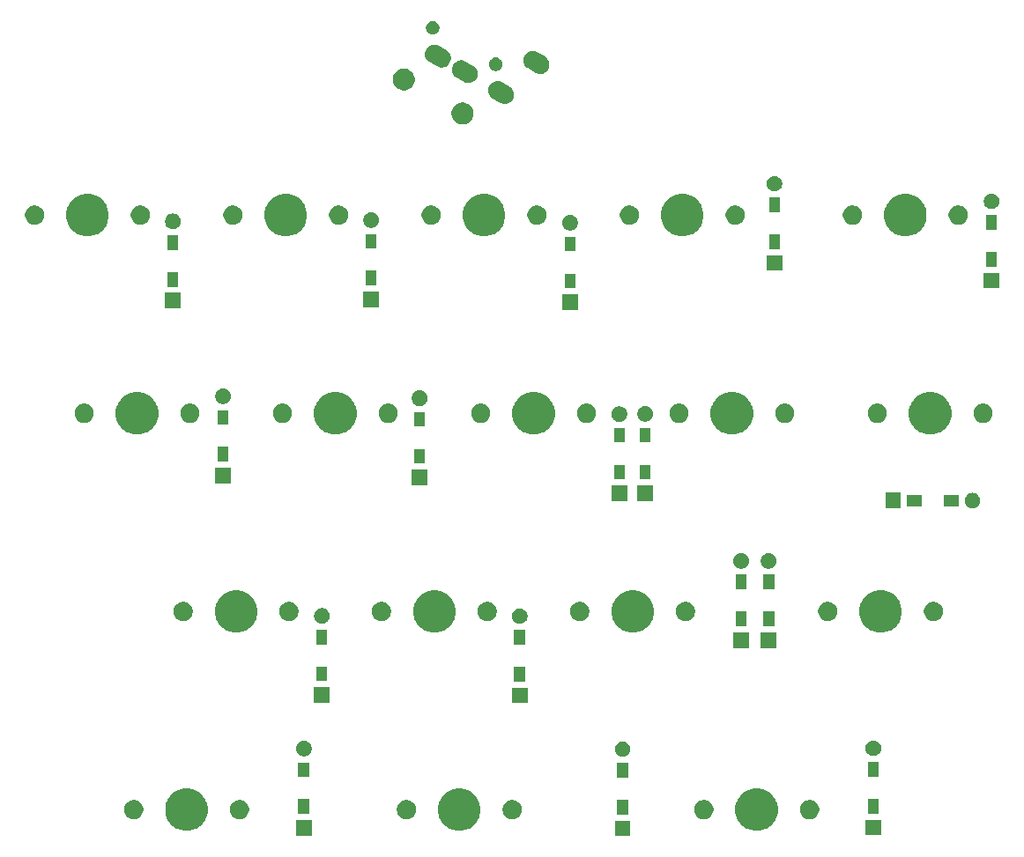
<source format=gbr>
G04 #@! TF.GenerationSoftware,KiCad,Pcbnew,(5.1.6-0-10_14)*
G04 #@! TF.CreationDate,2022-08-31T17:51:27+09:00*
G04 #@! TF.ProjectId,cool936,636f6f6c-3933-4362-9e6b-696361645f70,rev?*
G04 #@! TF.SameCoordinates,Original*
G04 #@! TF.FileFunction,Soldermask,Top*
G04 #@! TF.FilePolarity,Negative*
%FSLAX46Y46*%
G04 Gerber Fmt 4.6, Leading zero omitted, Abs format (unit mm)*
G04 Created by KiCad (PCBNEW (5.1.6-0-10_14)) date 2022-08-31 17:51:27*
%MOMM*%
%LPD*%
G01*
G04 APERTURE LIST*
%ADD10C,0.100000*%
G04 APERTURE END LIST*
D10*
G36*
X233139500Y-59699500D02*
G01*
X231640500Y-59699500D01*
X231640500Y-58200500D01*
X233139500Y-58200500D01*
X233139500Y-59699500D01*
G37*
G36*
X202509500Y-59649500D02*
G01*
X201010500Y-59649500D01*
X201010500Y-58150500D01*
X202509500Y-58150500D01*
X202509500Y-59649500D01*
G37*
G36*
X257229500Y-59634500D02*
G01*
X255730500Y-59634500D01*
X255730500Y-58135500D01*
X257229500Y-58135500D01*
X257229500Y-59634500D01*
G37*
G36*
X191096474Y-55183684D02*
G01*
X191314474Y-55273983D01*
X191468623Y-55337833D01*
X191803548Y-55561623D01*
X192088377Y-55846452D01*
X192312167Y-56181377D01*
X192344562Y-56259586D01*
X192466316Y-56553526D01*
X192544900Y-56948594D01*
X192544900Y-57351406D01*
X192466316Y-57746474D01*
X192415451Y-57869272D01*
X192312167Y-58118623D01*
X192088377Y-58453548D01*
X191803548Y-58738377D01*
X191468623Y-58962167D01*
X191314474Y-59026017D01*
X191096474Y-59116316D01*
X190701406Y-59194900D01*
X190298594Y-59194900D01*
X189903526Y-59116316D01*
X189685526Y-59026017D01*
X189531377Y-58962167D01*
X189196452Y-58738377D01*
X188911623Y-58453548D01*
X188687833Y-58118623D01*
X188584549Y-57869272D01*
X188533684Y-57746474D01*
X188455100Y-57351406D01*
X188455100Y-56948594D01*
X188533684Y-56553526D01*
X188655438Y-56259586D01*
X188687833Y-56181377D01*
X188911623Y-55846452D01*
X189196452Y-55561623D01*
X189531377Y-55337833D01*
X189685526Y-55273983D01*
X189903526Y-55183684D01*
X190298594Y-55105100D01*
X190701406Y-55105100D01*
X191096474Y-55183684D01*
G37*
G36*
X217290474Y-55183684D02*
G01*
X217508474Y-55273983D01*
X217662623Y-55337833D01*
X217997548Y-55561623D01*
X218282377Y-55846452D01*
X218506167Y-56181377D01*
X218538562Y-56259586D01*
X218660316Y-56553526D01*
X218738900Y-56948594D01*
X218738900Y-57351406D01*
X218660316Y-57746474D01*
X218609451Y-57869272D01*
X218506167Y-58118623D01*
X218282377Y-58453548D01*
X217997548Y-58738377D01*
X217662623Y-58962167D01*
X217508474Y-59026017D01*
X217290474Y-59116316D01*
X216895406Y-59194900D01*
X216492594Y-59194900D01*
X216097526Y-59116316D01*
X215879526Y-59026017D01*
X215725377Y-58962167D01*
X215390452Y-58738377D01*
X215105623Y-58453548D01*
X214881833Y-58118623D01*
X214778549Y-57869272D01*
X214727684Y-57746474D01*
X214649100Y-57351406D01*
X214649100Y-56948594D01*
X214727684Y-56553526D01*
X214849438Y-56259586D01*
X214881833Y-56181377D01*
X215105623Y-55846452D01*
X215390452Y-55561623D01*
X215725377Y-55337833D01*
X215879526Y-55273983D01*
X216097526Y-55183684D01*
X216492594Y-55105100D01*
X216895406Y-55105100D01*
X217290474Y-55183684D01*
G37*
G36*
X245864974Y-55183684D02*
G01*
X246082974Y-55273983D01*
X246237123Y-55337833D01*
X246572048Y-55561623D01*
X246856877Y-55846452D01*
X247080667Y-56181377D01*
X247113062Y-56259586D01*
X247234816Y-56553526D01*
X247313400Y-56948594D01*
X247313400Y-57351406D01*
X247234816Y-57746474D01*
X247183951Y-57869272D01*
X247080667Y-58118623D01*
X246856877Y-58453548D01*
X246572048Y-58738377D01*
X246237123Y-58962167D01*
X246082974Y-59026017D01*
X245864974Y-59116316D01*
X245469906Y-59194900D01*
X245067094Y-59194900D01*
X244672026Y-59116316D01*
X244454026Y-59026017D01*
X244299877Y-58962167D01*
X243964952Y-58738377D01*
X243680123Y-58453548D01*
X243456333Y-58118623D01*
X243353049Y-57869272D01*
X243302184Y-57746474D01*
X243223600Y-57351406D01*
X243223600Y-56948594D01*
X243302184Y-56553526D01*
X243423938Y-56259586D01*
X243456333Y-56181377D01*
X243680123Y-55846452D01*
X243964952Y-55561623D01*
X244299877Y-55337833D01*
X244454026Y-55273983D01*
X244672026Y-55183684D01*
X245067094Y-55105100D01*
X245469906Y-55105100D01*
X245864974Y-55183684D01*
G37*
G36*
X250618604Y-56259585D02*
G01*
X250787126Y-56329389D01*
X250938791Y-56430728D01*
X251067772Y-56559709D01*
X251169111Y-56711374D01*
X251238915Y-56879896D01*
X251274500Y-57058797D01*
X251274500Y-57241203D01*
X251238915Y-57420104D01*
X251169111Y-57588626D01*
X251067772Y-57740291D01*
X250938791Y-57869272D01*
X250787126Y-57970611D01*
X250618604Y-58040415D01*
X250439703Y-58076000D01*
X250257297Y-58076000D01*
X250078396Y-58040415D01*
X249909874Y-57970611D01*
X249758209Y-57869272D01*
X249629228Y-57740291D01*
X249527889Y-57588626D01*
X249458085Y-57420104D01*
X249422500Y-57241203D01*
X249422500Y-57058797D01*
X249458085Y-56879896D01*
X249527889Y-56711374D01*
X249629228Y-56559709D01*
X249758209Y-56430728D01*
X249909874Y-56329389D01*
X250078396Y-56259585D01*
X250257297Y-56224000D01*
X250439703Y-56224000D01*
X250618604Y-56259585D01*
G37*
G36*
X240458604Y-56259585D02*
G01*
X240627126Y-56329389D01*
X240778791Y-56430728D01*
X240907772Y-56559709D01*
X241009111Y-56711374D01*
X241078915Y-56879896D01*
X241114500Y-57058797D01*
X241114500Y-57241203D01*
X241078915Y-57420104D01*
X241009111Y-57588626D01*
X240907772Y-57740291D01*
X240778791Y-57869272D01*
X240627126Y-57970611D01*
X240458604Y-58040415D01*
X240279703Y-58076000D01*
X240097297Y-58076000D01*
X239918396Y-58040415D01*
X239749874Y-57970611D01*
X239598209Y-57869272D01*
X239469228Y-57740291D01*
X239367889Y-57588626D01*
X239298085Y-57420104D01*
X239262500Y-57241203D01*
X239262500Y-57058797D01*
X239298085Y-56879896D01*
X239367889Y-56711374D01*
X239469228Y-56559709D01*
X239598209Y-56430728D01*
X239749874Y-56329389D01*
X239918396Y-56259585D01*
X240097297Y-56224000D01*
X240279703Y-56224000D01*
X240458604Y-56259585D01*
G37*
G36*
X222044104Y-56259585D02*
G01*
X222212626Y-56329389D01*
X222364291Y-56430728D01*
X222493272Y-56559709D01*
X222594611Y-56711374D01*
X222664415Y-56879896D01*
X222700000Y-57058797D01*
X222700000Y-57241203D01*
X222664415Y-57420104D01*
X222594611Y-57588626D01*
X222493272Y-57740291D01*
X222364291Y-57869272D01*
X222212626Y-57970611D01*
X222044104Y-58040415D01*
X221865203Y-58076000D01*
X221682797Y-58076000D01*
X221503896Y-58040415D01*
X221335374Y-57970611D01*
X221183709Y-57869272D01*
X221054728Y-57740291D01*
X220953389Y-57588626D01*
X220883585Y-57420104D01*
X220848000Y-57241203D01*
X220848000Y-57058797D01*
X220883585Y-56879896D01*
X220953389Y-56711374D01*
X221054728Y-56559709D01*
X221183709Y-56430728D01*
X221335374Y-56329389D01*
X221503896Y-56259585D01*
X221682797Y-56224000D01*
X221865203Y-56224000D01*
X222044104Y-56259585D01*
G37*
G36*
X211884104Y-56259585D02*
G01*
X212052626Y-56329389D01*
X212204291Y-56430728D01*
X212333272Y-56559709D01*
X212434611Y-56711374D01*
X212504415Y-56879896D01*
X212540000Y-57058797D01*
X212540000Y-57241203D01*
X212504415Y-57420104D01*
X212434611Y-57588626D01*
X212333272Y-57740291D01*
X212204291Y-57869272D01*
X212052626Y-57970611D01*
X211884104Y-58040415D01*
X211705203Y-58076000D01*
X211522797Y-58076000D01*
X211343896Y-58040415D01*
X211175374Y-57970611D01*
X211023709Y-57869272D01*
X210894728Y-57740291D01*
X210793389Y-57588626D01*
X210723585Y-57420104D01*
X210688000Y-57241203D01*
X210688000Y-57058797D01*
X210723585Y-56879896D01*
X210793389Y-56711374D01*
X210894728Y-56559709D01*
X211023709Y-56430728D01*
X211175374Y-56329389D01*
X211343896Y-56259585D01*
X211522797Y-56224000D01*
X211705203Y-56224000D01*
X211884104Y-56259585D01*
G37*
G36*
X195850104Y-56259585D02*
G01*
X196018626Y-56329389D01*
X196170291Y-56430728D01*
X196299272Y-56559709D01*
X196400611Y-56711374D01*
X196470415Y-56879896D01*
X196506000Y-57058797D01*
X196506000Y-57241203D01*
X196470415Y-57420104D01*
X196400611Y-57588626D01*
X196299272Y-57740291D01*
X196170291Y-57869272D01*
X196018626Y-57970611D01*
X195850104Y-58040415D01*
X195671203Y-58076000D01*
X195488797Y-58076000D01*
X195309896Y-58040415D01*
X195141374Y-57970611D01*
X194989709Y-57869272D01*
X194860728Y-57740291D01*
X194759389Y-57588626D01*
X194689585Y-57420104D01*
X194654000Y-57241203D01*
X194654000Y-57058797D01*
X194689585Y-56879896D01*
X194759389Y-56711374D01*
X194860728Y-56559709D01*
X194989709Y-56430728D01*
X195141374Y-56329389D01*
X195309896Y-56259585D01*
X195488797Y-56224000D01*
X195671203Y-56224000D01*
X195850104Y-56259585D01*
G37*
G36*
X185690104Y-56259585D02*
G01*
X185858626Y-56329389D01*
X186010291Y-56430728D01*
X186139272Y-56559709D01*
X186240611Y-56711374D01*
X186310415Y-56879896D01*
X186346000Y-57058797D01*
X186346000Y-57241203D01*
X186310415Y-57420104D01*
X186240611Y-57588626D01*
X186139272Y-57740291D01*
X186010291Y-57869272D01*
X185858626Y-57970611D01*
X185690104Y-58040415D01*
X185511203Y-58076000D01*
X185328797Y-58076000D01*
X185149896Y-58040415D01*
X184981374Y-57970611D01*
X184829709Y-57869272D01*
X184700728Y-57740291D01*
X184599389Y-57588626D01*
X184529585Y-57420104D01*
X184494000Y-57241203D01*
X184494000Y-57058797D01*
X184529585Y-56879896D01*
X184599389Y-56711374D01*
X184700728Y-56559709D01*
X184829709Y-56430728D01*
X184981374Y-56329389D01*
X185149896Y-56259585D01*
X185328797Y-56224000D01*
X185511203Y-56224000D01*
X185690104Y-56259585D01*
G37*
G36*
X232916000Y-57616000D02*
G01*
X231864000Y-57616000D01*
X231864000Y-56214000D01*
X232916000Y-56214000D01*
X232916000Y-57616000D01*
G37*
G36*
X202286000Y-57566000D02*
G01*
X201234000Y-57566000D01*
X201234000Y-56164000D01*
X202286000Y-56164000D01*
X202286000Y-57566000D01*
G37*
G36*
X257006000Y-57551000D02*
G01*
X255954000Y-57551000D01*
X255954000Y-56149000D01*
X257006000Y-56149000D01*
X257006000Y-57551000D01*
G37*
G36*
X232916000Y-54066000D02*
G01*
X231864000Y-54066000D01*
X231864000Y-52664000D01*
X232916000Y-52664000D01*
X232916000Y-54066000D01*
G37*
G36*
X202286000Y-54016000D02*
G01*
X201234000Y-54016000D01*
X201234000Y-52614000D01*
X202286000Y-52614000D01*
X202286000Y-54016000D01*
G37*
G36*
X257006000Y-54001000D02*
G01*
X255954000Y-54001000D01*
X255954000Y-52599000D01*
X257006000Y-52599000D01*
X257006000Y-54001000D01*
G37*
G36*
X232484425Y-50584599D02*
G01*
X232608621Y-50609302D01*
X232745022Y-50665801D01*
X232867779Y-50747825D01*
X232972175Y-50852221D01*
X233054199Y-50974978D01*
X233110698Y-51111379D01*
X233139500Y-51256181D01*
X233139500Y-51403819D01*
X233110698Y-51548621D01*
X233054199Y-51685022D01*
X232972175Y-51807779D01*
X232867779Y-51912175D01*
X232745022Y-51994199D01*
X232608621Y-52050698D01*
X232484425Y-52075401D01*
X232463820Y-52079500D01*
X232316180Y-52079500D01*
X232295575Y-52075401D01*
X232171379Y-52050698D01*
X232034978Y-51994199D01*
X231912221Y-51912175D01*
X231807825Y-51807779D01*
X231725801Y-51685022D01*
X231669302Y-51548621D01*
X231640500Y-51403819D01*
X231640500Y-51256181D01*
X231669302Y-51111379D01*
X231725801Y-50974978D01*
X231807825Y-50852221D01*
X231912221Y-50747825D01*
X232034978Y-50665801D01*
X232171379Y-50609302D01*
X232295575Y-50584599D01*
X232316180Y-50580500D01*
X232463820Y-50580500D01*
X232484425Y-50584599D01*
G37*
G36*
X201854425Y-50534599D02*
G01*
X201978621Y-50559302D01*
X202115022Y-50615801D01*
X202237779Y-50697825D01*
X202342175Y-50802221D01*
X202424199Y-50924978D01*
X202480698Y-51061379D01*
X202509500Y-51206181D01*
X202509500Y-51353819D01*
X202480698Y-51498621D01*
X202424199Y-51635022D01*
X202342175Y-51757779D01*
X202237779Y-51862175D01*
X202115022Y-51944199D01*
X201978621Y-52000698D01*
X201854425Y-52025401D01*
X201833820Y-52029500D01*
X201686180Y-52029500D01*
X201665575Y-52025401D01*
X201541379Y-52000698D01*
X201404978Y-51944199D01*
X201282221Y-51862175D01*
X201177825Y-51757779D01*
X201095801Y-51635022D01*
X201039302Y-51498621D01*
X201010500Y-51353819D01*
X201010500Y-51206181D01*
X201039302Y-51061379D01*
X201095801Y-50924978D01*
X201177825Y-50802221D01*
X201282221Y-50697825D01*
X201404978Y-50615801D01*
X201541379Y-50559302D01*
X201665575Y-50534599D01*
X201686180Y-50530500D01*
X201833820Y-50530500D01*
X201854425Y-50534599D01*
G37*
G36*
X256574425Y-50519599D02*
G01*
X256698621Y-50544302D01*
X256835022Y-50600801D01*
X256957779Y-50682825D01*
X257062175Y-50787221D01*
X257144199Y-50909978D01*
X257200698Y-51046379D01*
X257229500Y-51191181D01*
X257229500Y-51338819D01*
X257200698Y-51483621D01*
X257144199Y-51620022D01*
X257062175Y-51742779D01*
X256957779Y-51847175D01*
X256835022Y-51929199D01*
X256698621Y-51985698D01*
X256574425Y-52010401D01*
X256553820Y-52014500D01*
X256406180Y-52014500D01*
X256385575Y-52010401D01*
X256261379Y-51985698D01*
X256124978Y-51929199D01*
X256002221Y-51847175D01*
X255897825Y-51742779D01*
X255815801Y-51620022D01*
X255759302Y-51483621D01*
X255730500Y-51338819D01*
X255730500Y-51191181D01*
X255759302Y-51046379D01*
X255815801Y-50909978D01*
X255897825Y-50787221D01*
X256002221Y-50682825D01*
X256124978Y-50600801D01*
X256261379Y-50544302D01*
X256385575Y-50519599D01*
X256406180Y-50515500D01*
X256553820Y-50515500D01*
X256574425Y-50519599D01*
G37*
G36*
X223249500Y-46929500D02*
G01*
X221750500Y-46929500D01*
X221750500Y-45430500D01*
X223249500Y-45430500D01*
X223249500Y-46929500D01*
G37*
G36*
X204249500Y-46899500D02*
G01*
X202750500Y-46899500D01*
X202750500Y-45400500D01*
X204249500Y-45400500D01*
X204249500Y-46899500D01*
G37*
G36*
X223026000Y-44846000D02*
G01*
X221974000Y-44846000D01*
X221974000Y-43444000D01*
X223026000Y-43444000D01*
X223026000Y-44846000D01*
G37*
G36*
X204026000Y-44816000D02*
G01*
X202974000Y-44816000D01*
X202974000Y-43414000D01*
X204026000Y-43414000D01*
X204026000Y-44816000D01*
G37*
G36*
X244529500Y-41609500D02*
G01*
X243030500Y-41609500D01*
X243030500Y-40110500D01*
X244529500Y-40110500D01*
X244529500Y-41609500D01*
G37*
G36*
X247179500Y-41609500D02*
G01*
X245680500Y-41609500D01*
X245680500Y-40110500D01*
X247179500Y-40110500D01*
X247179500Y-41609500D01*
G37*
G36*
X223026000Y-41296000D02*
G01*
X221974000Y-41296000D01*
X221974000Y-39894000D01*
X223026000Y-39894000D01*
X223026000Y-41296000D01*
G37*
G36*
X204026000Y-41266000D02*
G01*
X202974000Y-41266000D01*
X202974000Y-39864000D01*
X204026000Y-39864000D01*
X204026000Y-41266000D01*
G37*
G36*
X214908974Y-36133684D02*
G01*
X215126974Y-36223983D01*
X215281123Y-36287833D01*
X215616048Y-36511623D01*
X215900877Y-36796452D01*
X216124667Y-37131377D01*
X216157062Y-37209586D01*
X216278816Y-37503526D01*
X216357400Y-37898594D01*
X216357400Y-38301406D01*
X216278816Y-38696474D01*
X216227951Y-38819272D01*
X216124667Y-39068623D01*
X215900877Y-39403548D01*
X215616048Y-39688377D01*
X215281123Y-39912167D01*
X215126974Y-39976017D01*
X214908974Y-40066316D01*
X214513906Y-40144900D01*
X214111094Y-40144900D01*
X213716026Y-40066316D01*
X213498026Y-39976017D01*
X213343877Y-39912167D01*
X213008952Y-39688377D01*
X212724123Y-39403548D01*
X212500333Y-39068623D01*
X212397049Y-38819272D01*
X212346184Y-38696474D01*
X212267600Y-38301406D01*
X212267600Y-37898594D01*
X212346184Y-37503526D01*
X212467938Y-37209586D01*
X212500333Y-37131377D01*
X212724123Y-36796452D01*
X213008952Y-36511623D01*
X213343877Y-36287833D01*
X213498026Y-36223983D01*
X213716026Y-36133684D01*
X214111094Y-36055100D01*
X214513906Y-36055100D01*
X214908974Y-36133684D01*
G37*
G36*
X195858974Y-36133684D02*
G01*
X196076974Y-36223983D01*
X196231123Y-36287833D01*
X196566048Y-36511623D01*
X196850877Y-36796452D01*
X197074667Y-37131377D01*
X197107062Y-37209586D01*
X197228816Y-37503526D01*
X197307400Y-37898594D01*
X197307400Y-38301406D01*
X197228816Y-38696474D01*
X197177951Y-38819272D01*
X197074667Y-39068623D01*
X196850877Y-39403548D01*
X196566048Y-39688377D01*
X196231123Y-39912167D01*
X196076974Y-39976017D01*
X195858974Y-40066316D01*
X195463906Y-40144900D01*
X195061094Y-40144900D01*
X194666026Y-40066316D01*
X194448026Y-39976017D01*
X194293877Y-39912167D01*
X193958952Y-39688377D01*
X193674123Y-39403548D01*
X193450333Y-39068623D01*
X193347049Y-38819272D01*
X193296184Y-38696474D01*
X193217600Y-38301406D01*
X193217600Y-37898594D01*
X193296184Y-37503526D01*
X193417938Y-37209586D01*
X193450333Y-37131377D01*
X193674123Y-36796452D01*
X193958952Y-36511623D01*
X194293877Y-36287833D01*
X194448026Y-36223983D01*
X194666026Y-36133684D01*
X195061094Y-36055100D01*
X195463906Y-36055100D01*
X195858974Y-36133684D01*
G37*
G36*
X233958974Y-36133684D02*
G01*
X234176974Y-36223983D01*
X234331123Y-36287833D01*
X234666048Y-36511623D01*
X234950877Y-36796452D01*
X235174667Y-37131377D01*
X235207062Y-37209586D01*
X235328816Y-37503526D01*
X235407400Y-37898594D01*
X235407400Y-38301406D01*
X235328816Y-38696474D01*
X235277951Y-38819272D01*
X235174667Y-39068623D01*
X234950877Y-39403548D01*
X234666048Y-39688377D01*
X234331123Y-39912167D01*
X234176974Y-39976017D01*
X233958974Y-40066316D01*
X233563906Y-40144900D01*
X233161094Y-40144900D01*
X232766026Y-40066316D01*
X232548026Y-39976017D01*
X232393877Y-39912167D01*
X232058952Y-39688377D01*
X231774123Y-39403548D01*
X231550333Y-39068623D01*
X231447049Y-38819272D01*
X231396184Y-38696474D01*
X231317600Y-38301406D01*
X231317600Y-37898594D01*
X231396184Y-37503526D01*
X231517938Y-37209586D01*
X231550333Y-37131377D01*
X231774123Y-36796452D01*
X232058952Y-36511623D01*
X232393877Y-36287833D01*
X232548026Y-36223983D01*
X232766026Y-36133684D01*
X233161094Y-36055100D01*
X233563906Y-36055100D01*
X233958974Y-36133684D01*
G37*
G36*
X257771974Y-36133684D02*
G01*
X257989974Y-36223983D01*
X258144123Y-36287833D01*
X258479048Y-36511623D01*
X258763877Y-36796452D01*
X258987667Y-37131377D01*
X259020062Y-37209586D01*
X259141816Y-37503526D01*
X259220400Y-37898594D01*
X259220400Y-38301406D01*
X259141816Y-38696474D01*
X259090951Y-38819272D01*
X258987667Y-39068623D01*
X258763877Y-39403548D01*
X258479048Y-39688377D01*
X258144123Y-39912167D01*
X257989974Y-39976017D01*
X257771974Y-40066316D01*
X257376906Y-40144900D01*
X256974094Y-40144900D01*
X256579026Y-40066316D01*
X256361026Y-39976017D01*
X256206877Y-39912167D01*
X255871952Y-39688377D01*
X255587123Y-39403548D01*
X255363333Y-39068623D01*
X255260049Y-38819272D01*
X255209184Y-38696474D01*
X255130600Y-38301406D01*
X255130600Y-37898594D01*
X255209184Y-37503526D01*
X255330938Y-37209586D01*
X255363333Y-37131377D01*
X255587123Y-36796452D01*
X255871952Y-36511623D01*
X256206877Y-36287833D01*
X256361026Y-36223983D01*
X256579026Y-36133684D01*
X256974094Y-36055100D01*
X257376906Y-36055100D01*
X257771974Y-36133684D01*
G37*
G36*
X244306000Y-39526000D02*
G01*
X243254000Y-39526000D01*
X243254000Y-38124000D01*
X244306000Y-38124000D01*
X244306000Y-39526000D01*
G37*
G36*
X246956000Y-39526000D02*
G01*
X245904000Y-39526000D01*
X245904000Y-38124000D01*
X246956000Y-38124000D01*
X246956000Y-39526000D01*
G37*
G36*
X222594425Y-37814599D02*
G01*
X222718621Y-37839302D01*
X222855022Y-37895801D01*
X222977779Y-37977825D01*
X223082175Y-38082221D01*
X223164199Y-38204978D01*
X223220698Y-38341379D01*
X223249500Y-38486181D01*
X223249500Y-38633819D01*
X223220698Y-38778621D01*
X223164199Y-38915022D01*
X223082175Y-39037779D01*
X222977779Y-39142175D01*
X222855022Y-39224199D01*
X222718621Y-39280698D01*
X222594425Y-39305401D01*
X222573820Y-39309500D01*
X222426180Y-39309500D01*
X222405575Y-39305401D01*
X222281379Y-39280698D01*
X222144978Y-39224199D01*
X222022221Y-39142175D01*
X221917825Y-39037779D01*
X221835801Y-38915022D01*
X221779302Y-38778621D01*
X221750500Y-38633819D01*
X221750500Y-38486181D01*
X221779302Y-38341379D01*
X221835801Y-38204978D01*
X221917825Y-38082221D01*
X222022221Y-37977825D01*
X222144978Y-37895801D01*
X222281379Y-37839302D01*
X222405575Y-37814599D01*
X222426180Y-37810500D01*
X222573820Y-37810500D01*
X222594425Y-37814599D01*
G37*
G36*
X203594425Y-37784599D02*
G01*
X203718621Y-37809302D01*
X203855022Y-37865801D01*
X203977779Y-37947825D01*
X204082175Y-38052221D01*
X204164199Y-38174978D01*
X204220698Y-38311379D01*
X204249500Y-38456181D01*
X204249500Y-38603819D01*
X204220698Y-38748621D01*
X204164199Y-38885022D01*
X204082175Y-39007779D01*
X203977779Y-39112175D01*
X203855022Y-39194199D01*
X203718621Y-39250698D01*
X203594425Y-39275401D01*
X203573820Y-39279500D01*
X203426180Y-39279500D01*
X203405575Y-39275401D01*
X203281379Y-39250698D01*
X203144978Y-39194199D01*
X203022221Y-39112175D01*
X202917825Y-39007779D01*
X202835801Y-38885022D01*
X202779302Y-38748621D01*
X202750500Y-38603819D01*
X202750500Y-38456181D01*
X202779302Y-38311379D01*
X202835801Y-38174978D01*
X202917825Y-38052221D01*
X203022221Y-37947825D01*
X203144978Y-37865801D01*
X203281379Y-37809302D01*
X203405575Y-37784599D01*
X203426180Y-37780500D01*
X203573820Y-37780500D01*
X203594425Y-37784599D01*
G37*
G36*
X219662604Y-37209585D02*
G01*
X219831126Y-37279389D01*
X219982791Y-37380728D01*
X220111772Y-37509709D01*
X220213111Y-37661374D01*
X220282915Y-37829896D01*
X220318500Y-38008797D01*
X220318500Y-38191203D01*
X220282915Y-38370104D01*
X220213111Y-38538626D01*
X220111772Y-38690291D01*
X219982791Y-38819272D01*
X219831126Y-38920611D01*
X219662604Y-38990415D01*
X219483703Y-39026000D01*
X219301297Y-39026000D01*
X219122396Y-38990415D01*
X218953874Y-38920611D01*
X218802209Y-38819272D01*
X218673228Y-38690291D01*
X218571889Y-38538626D01*
X218502085Y-38370104D01*
X218466500Y-38191203D01*
X218466500Y-38008797D01*
X218502085Y-37829896D01*
X218571889Y-37661374D01*
X218673228Y-37509709D01*
X218802209Y-37380728D01*
X218953874Y-37279389D01*
X219122396Y-37209585D01*
X219301297Y-37174000D01*
X219483703Y-37174000D01*
X219662604Y-37209585D01*
G37*
G36*
X262525604Y-37209585D02*
G01*
X262694126Y-37279389D01*
X262845791Y-37380728D01*
X262974772Y-37509709D01*
X263076111Y-37661374D01*
X263145915Y-37829896D01*
X263181500Y-38008797D01*
X263181500Y-38191203D01*
X263145915Y-38370104D01*
X263076111Y-38538626D01*
X262974772Y-38690291D01*
X262845791Y-38819272D01*
X262694126Y-38920611D01*
X262525604Y-38990415D01*
X262346703Y-39026000D01*
X262164297Y-39026000D01*
X261985396Y-38990415D01*
X261816874Y-38920611D01*
X261665209Y-38819272D01*
X261536228Y-38690291D01*
X261434889Y-38538626D01*
X261365085Y-38370104D01*
X261329500Y-38191203D01*
X261329500Y-38008797D01*
X261365085Y-37829896D01*
X261434889Y-37661374D01*
X261536228Y-37509709D01*
X261665209Y-37380728D01*
X261816874Y-37279389D01*
X261985396Y-37209585D01*
X262164297Y-37174000D01*
X262346703Y-37174000D01*
X262525604Y-37209585D01*
G37*
G36*
X252365604Y-37209585D02*
G01*
X252534126Y-37279389D01*
X252685791Y-37380728D01*
X252814772Y-37509709D01*
X252916111Y-37661374D01*
X252985915Y-37829896D01*
X253021500Y-38008797D01*
X253021500Y-38191203D01*
X252985915Y-38370104D01*
X252916111Y-38538626D01*
X252814772Y-38690291D01*
X252685791Y-38819272D01*
X252534126Y-38920611D01*
X252365604Y-38990415D01*
X252186703Y-39026000D01*
X252004297Y-39026000D01*
X251825396Y-38990415D01*
X251656874Y-38920611D01*
X251505209Y-38819272D01*
X251376228Y-38690291D01*
X251274889Y-38538626D01*
X251205085Y-38370104D01*
X251169500Y-38191203D01*
X251169500Y-38008797D01*
X251205085Y-37829896D01*
X251274889Y-37661374D01*
X251376228Y-37509709D01*
X251505209Y-37380728D01*
X251656874Y-37279389D01*
X251825396Y-37209585D01*
X252004297Y-37174000D01*
X252186703Y-37174000D01*
X252365604Y-37209585D01*
G37*
G36*
X238712604Y-37209585D02*
G01*
X238881126Y-37279389D01*
X239032791Y-37380728D01*
X239161772Y-37509709D01*
X239263111Y-37661374D01*
X239332915Y-37829896D01*
X239368500Y-38008797D01*
X239368500Y-38191203D01*
X239332915Y-38370104D01*
X239263111Y-38538626D01*
X239161772Y-38690291D01*
X239032791Y-38819272D01*
X238881126Y-38920611D01*
X238712604Y-38990415D01*
X238533703Y-39026000D01*
X238351297Y-39026000D01*
X238172396Y-38990415D01*
X238003874Y-38920611D01*
X237852209Y-38819272D01*
X237723228Y-38690291D01*
X237621889Y-38538626D01*
X237552085Y-38370104D01*
X237516500Y-38191203D01*
X237516500Y-38008797D01*
X237552085Y-37829896D01*
X237621889Y-37661374D01*
X237723228Y-37509709D01*
X237852209Y-37380728D01*
X238003874Y-37279389D01*
X238172396Y-37209585D01*
X238351297Y-37174000D01*
X238533703Y-37174000D01*
X238712604Y-37209585D01*
G37*
G36*
X228552604Y-37209585D02*
G01*
X228721126Y-37279389D01*
X228872791Y-37380728D01*
X229001772Y-37509709D01*
X229103111Y-37661374D01*
X229172915Y-37829896D01*
X229208500Y-38008797D01*
X229208500Y-38191203D01*
X229172915Y-38370104D01*
X229103111Y-38538626D01*
X229001772Y-38690291D01*
X228872791Y-38819272D01*
X228721126Y-38920611D01*
X228552604Y-38990415D01*
X228373703Y-39026000D01*
X228191297Y-39026000D01*
X228012396Y-38990415D01*
X227843874Y-38920611D01*
X227692209Y-38819272D01*
X227563228Y-38690291D01*
X227461889Y-38538626D01*
X227392085Y-38370104D01*
X227356500Y-38191203D01*
X227356500Y-38008797D01*
X227392085Y-37829896D01*
X227461889Y-37661374D01*
X227563228Y-37509709D01*
X227692209Y-37380728D01*
X227843874Y-37279389D01*
X228012396Y-37209585D01*
X228191297Y-37174000D01*
X228373703Y-37174000D01*
X228552604Y-37209585D01*
G37*
G36*
X209502604Y-37209585D02*
G01*
X209671126Y-37279389D01*
X209822791Y-37380728D01*
X209951772Y-37509709D01*
X210053111Y-37661374D01*
X210122915Y-37829896D01*
X210158500Y-38008797D01*
X210158500Y-38191203D01*
X210122915Y-38370104D01*
X210053111Y-38538626D01*
X209951772Y-38690291D01*
X209822791Y-38819272D01*
X209671126Y-38920611D01*
X209502604Y-38990415D01*
X209323703Y-39026000D01*
X209141297Y-39026000D01*
X208962396Y-38990415D01*
X208793874Y-38920611D01*
X208642209Y-38819272D01*
X208513228Y-38690291D01*
X208411889Y-38538626D01*
X208342085Y-38370104D01*
X208306500Y-38191203D01*
X208306500Y-38008797D01*
X208342085Y-37829896D01*
X208411889Y-37661374D01*
X208513228Y-37509709D01*
X208642209Y-37380728D01*
X208793874Y-37279389D01*
X208962396Y-37209585D01*
X209141297Y-37174000D01*
X209323703Y-37174000D01*
X209502604Y-37209585D01*
G37*
G36*
X200612604Y-37209585D02*
G01*
X200781126Y-37279389D01*
X200932791Y-37380728D01*
X201061772Y-37509709D01*
X201163111Y-37661374D01*
X201232915Y-37829896D01*
X201268500Y-38008797D01*
X201268500Y-38191203D01*
X201232915Y-38370104D01*
X201163111Y-38538626D01*
X201061772Y-38690291D01*
X200932791Y-38819272D01*
X200781126Y-38920611D01*
X200612604Y-38990415D01*
X200433703Y-39026000D01*
X200251297Y-39026000D01*
X200072396Y-38990415D01*
X199903874Y-38920611D01*
X199752209Y-38819272D01*
X199623228Y-38690291D01*
X199521889Y-38538626D01*
X199452085Y-38370104D01*
X199416500Y-38191203D01*
X199416500Y-38008797D01*
X199452085Y-37829896D01*
X199521889Y-37661374D01*
X199623228Y-37509709D01*
X199752209Y-37380728D01*
X199903874Y-37279389D01*
X200072396Y-37209585D01*
X200251297Y-37174000D01*
X200433703Y-37174000D01*
X200612604Y-37209585D01*
G37*
G36*
X190452604Y-37209585D02*
G01*
X190621126Y-37279389D01*
X190772791Y-37380728D01*
X190901772Y-37509709D01*
X191003111Y-37661374D01*
X191072915Y-37829896D01*
X191108500Y-38008797D01*
X191108500Y-38191203D01*
X191072915Y-38370104D01*
X191003111Y-38538626D01*
X190901772Y-38690291D01*
X190772791Y-38819272D01*
X190621126Y-38920611D01*
X190452604Y-38990415D01*
X190273703Y-39026000D01*
X190091297Y-39026000D01*
X189912396Y-38990415D01*
X189743874Y-38920611D01*
X189592209Y-38819272D01*
X189463228Y-38690291D01*
X189361889Y-38538626D01*
X189292085Y-38370104D01*
X189256500Y-38191203D01*
X189256500Y-38008797D01*
X189292085Y-37829896D01*
X189361889Y-37661374D01*
X189463228Y-37509709D01*
X189592209Y-37380728D01*
X189743874Y-37279389D01*
X189912396Y-37209585D01*
X190091297Y-37174000D01*
X190273703Y-37174000D01*
X190452604Y-37209585D01*
G37*
G36*
X246956000Y-35976000D02*
G01*
X245904000Y-35976000D01*
X245904000Y-34574000D01*
X246956000Y-34574000D01*
X246956000Y-35976000D01*
G37*
G36*
X244306000Y-35976000D02*
G01*
X243254000Y-35976000D01*
X243254000Y-34574000D01*
X244306000Y-34574000D01*
X244306000Y-35976000D01*
G37*
G36*
X243874425Y-32494599D02*
G01*
X243998621Y-32519302D01*
X244135022Y-32575801D01*
X244257779Y-32657825D01*
X244362175Y-32762221D01*
X244444199Y-32884978D01*
X244500698Y-33021379D01*
X244529500Y-33166181D01*
X244529500Y-33313819D01*
X244500698Y-33458621D01*
X244444199Y-33595022D01*
X244362175Y-33717779D01*
X244257779Y-33822175D01*
X244135022Y-33904199D01*
X243998621Y-33960698D01*
X243874425Y-33985401D01*
X243853820Y-33989500D01*
X243706180Y-33989500D01*
X243685575Y-33985401D01*
X243561379Y-33960698D01*
X243424978Y-33904199D01*
X243302221Y-33822175D01*
X243197825Y-33717779D01*
X243115801Y-33595022D01*
X243059302Y-33458621D01*
X243030500Y-33313819D01*
X243030500Y-33166181D01*
X243059302Y-33021379D01*
X243115801Y-32884978D01*
X243197825Y-32762221D01*
X243302221Y-32657825D01*
X243424978Y-32575801D01*
X243561379Y-32519302D01*
X243685575Y-32494599D01*
X243706180Y-32490500D01*
X243853820Y-32490500D01*
X243874425Y-32494599D01*
G37*
G36*
X246524425Y-32494599D02*
G01*
X246648621Y-32519302D01*
X246785022Y-32575801D01*
X246907779Y-32657825D01*
X247012175Y-32762221D01*
X247094199Y-32884978D01*
X247150698Y-33021379D01*
X247179500Y-33166181D01*
X247179500Y-33313819D01*
X247150698Y-33458621D01*
X247094199Y-33595022D01*
X247012175Y-33717779D01*
X246907779Y-33822175D01*
X246785022Y-33904199D01*
X246648621Y-33960698D01*
X246524425Y-33985401D01*
X246503820Y-33989500D01*
X246356180Y-33989500D01*
X246335575Y-33985401D01*
X246211379Y-33960698D01*
X246074978Y-33904199D01*
X245952221Y-33822175D01*
X245847825Y-33717779D01*
X245765801Y-33595022D01*
X245709302Y-33458621D01*
X245680500Y-33313819D01*
X245680500Y-33166181D01*
X245709302Y-33021379D01*
X245765801Y-32884978D01*
X245847825Y-32762221D01*
X245952221Y-32657825D01*
X246074978Y-32575801D01*
X246211379Y-32519302D01*
X246335575Y-32494599D01*
X246356180Y-32490500D01*
X246503820Y-32490500D01*
X246524425Y-32494599D01*
G37*
G36*
X266094425Y-26704599D02*
G01*
X266218621Y-26729302D01*
X266355022Y-26785801D01*
X266477779Y-26867825D01*
X266582175Y-26972221D01*
X266664199Y-27094978D01*
X266720698Y-27231379D01*
X266749500Y-27376181D01*
X266749500Y-27523819D01*
X266720698Y-27668621D01*
X266664199Y-27805022D01*
X266582175Y-27927779D01*
X266477779Y-28032175D01*
X266355022Y-28114199D01*
X266218621Y-28170698D01*
X266094425Y-28195401D01*
X266073820Y-28199500D01*
X265926180Y-28199500D01*
X265905575Y-28195401D01*
X265781379Y-28170698D01*
X265644978Y-28114199D01*
X265522221Y-28032175D01*
X265417825Y-27927779D01*
X265335801Y-27805022D01*
X265279302Y-27668621D01*
X265250500Y-27523819D01*
X265250500Y-27376181D01*
X265279302Y-27231379D01*
X265335801Y-27094978D01*
X265417825Y-26972221D01*
X265522221Y-26867825D01*
X265644978Y-26785801D01*
X265781379Y-26729302D01*
X265905575Y-26704599D01*
X265926180Y-26700500D01*
X266073820Y-26700500D01*
X266094425Y-26704599D01*
G37*
G36*
X259129500Y-28199500D02*
G01*
X257630500Y-28199500D01*
X257630500Y-26700500D01*
X259129500Y-26700500D01*
X259129500Y-28199500D01*
G37*
G36*
X261116000Y-27976000D02*
G01*
X259714000Y-27976000D01*
X259714000Y-26924000D01*
X261116000Y-26924000D01*
X261116000Y-27976000D01*
G37*
G36*
X264666000Y-27976000D02*
G01*
X263264000Y-27976000D01*
X263264000Y-26924000D01*
X264666000Y-26924000D01*
X264666000Y-27976000D01*
G37*
G36*
X232829500Y-27499500D02*
G01*
X231330500Y-27499500D01*
X231330500Y-26000500D01*
X232829500Y-26000500D01*
X232829500Y-27499500D01*
G37*
G36*
X235319500Y-27479500D02*
G01*
X233820500Y-27479500D01*
X233820500Y-25980500D01*
X235319500Y-25980500D01*
X235319500Y-27479500D01*
G37*
G36*
X213629500Y-25969500D02*
G01*
X212130500Y-25969500D01*
X212130500Y-24470500D01*
X213629500Y-24470500D01*
X213629500Y-25969500D01*
G37*
G36*
X194759500Y-25779500D02*
G01*
X193260500Y-25779500D01*
X193260500Y-24280500D01*
X194759500Y-24280500D01*
X194759500Y-25779500D01*
G37*
G36*
X232606000Y-25416000D02*
G01*
X231554000Y-25416000D01*
X231554000Y-24014000D01*
X232606000Y-24014000D01*
X232606000Y-25416000D01*
G37*
G36*
X235096000Y-25396000D02*
G01*
X234044000Y-25396000D01*
X234044000Y-23994000D01*
X235096000Y-23994000D01*
X235096000Y-25396000D01*
G37*
G36*
X213406000Y-23886000D02*
G01*
X212354000Y-23886000D01*
X212354000Y-22484000D01*
X213406000Y-22484000D01*
X213406000Y-23886000D01*
G37*
G36*
X194536000Y-23696000D02*
G01*
X193484000Y-23696000D01*
X193484000Y-22294000D01*
X194536000Y-22294000D01*
X194536000Y-23696000D01*
G37*
G36*
X232606000Y-21866000D02*
G01*
X231554000Y-21866000D01*
X231554000Y-20464000D01*
X232606000Y-20464000D01*
X232606000Y-21866000D01*
G37*
G36*
X235096000Y-21846000D02*
G01*
X234044000Y-21846000D01*
X234044000Y-20444000D01*
X235096000Y-20444000D01*
X235096000Y-21846000D01*
G37*
G36*
X186333974Y-17083684D02*
G01*
X186551974Y-17173983D01*
X186706123Y-17237833D01*
X187041048Y-17461623D01*
X187325877Y-17746452D01*
X187549667Y-18081377D01*
X187582062Y-18159586D01*
X187703816Y-18453526D01*
X187782400Y-18848594D01*
X187782400Y-19251406D01*
X187703816Y-19646474D01*
X187615578Y-19859500D01*
X187549667Y-20018623D01*
X187325877Y-20353548D01*
X187041048Y-20638377D01*
X186706123Y-20862167D01*
X186551974Y-20926017D01*
X186333974Y-21016316D01*
X185938906Y-21094900D01*
X185536094Y-21094900D01*
X185141026Y-21016316D01*
X184923026Y-20926017D01*
X184768877Y-20862167D01*
X184433952Y-20638377D01*
X184149123Y-20353548D01*
X183925333Y-20018623D01*
X183859422Y-19859500D01*
X183771184Y-19646474D01*
X183692600Y-19251406D01*
X183692600Y-18848594D01*
X183771184Y-18453526D01*
X183892938Y-18159586D01*
X183925333Y-18081377D01*
X184149123Y-17746452D01*
X184433952Y-17461623D01*
X184768877Y-17237833D01*
X184923026Y-17173983D01*
X185141026Y-17083684D01*
X185536094Y-17005100D01*
X185938906Y-17005100D01*
X186333974Y-17083684D01*
G37*
G36*
X243483974Y-17083684D02*
G01*
X243701974Y-17173983D01*
X243856123Y-17237833D01*
X244191048Y-17461623D01*
X244475877Y-17746452D01*
X244699667Y-18081377D01*
X244732062Y-18159586D01*
X244853816Y-18453526D01*
X244932400Y-18848594D01*
X244932400Y-19251406D01*
X244853816Y-19646474D01*
X244765578Y-19859500D01*
X244699667Y-20018623D01*
X244475877Y-20353548D01*
X244191048Y-20638377D01*
X243856123Y-20862167D01*
X243701974Y-20926017D01*
X243483974Y-21016316D01*
X243088906Y-21094900D01*
X242686094Y-21094900D01*
X242291026Y-21016316D01*
X242073026Y-20926017D01*
X241918877Y-20862167D01*
X241583952Y-20638377D01*
X241299123Y-20353548D01*
X241075333Y-20018623D01*
X241009422Y-19859500D01*
X240921184Y-19646474D01*
X240842600Y-19251406D01*
X240842600Y-18848594D01*
X240921184Y-18453526D01*
X241042938Y-18159586D01*
X241075333Y-18081377D01*
X241299123Y-17746452D01*
X241583952Y-17461623D01*
X241918877Y-17237833D01*
X242073026Y-17173983D01*
X242291026Y-17083684D01*
X242686094Y-17005100D01*
X243088906Y-17005100D01*
X243483974Y-17083684D01*
G37*
G36*
X262533974Y-17083684D02*
G01*
X262751974Y-17173983D01*
X262906123Y-17237833D01*
X263241048Y-17461623D01*
X263525877Y-17746452D01*
X263749667Y-18081377D01*
X263782062Y-18159586D01*
X263903816Y-18453526D01*
X263982400Y-18848594D01*
X263982400Y-19251406D01*
X263903816Y-19646474D01*
X263815578Y-19859500D01*
X263749667Y-20018623D01*
X263525877Y-20353548D01*
X263241048Y-20638377D01*
X262906123Y-20862167D01*
X262751974Y-20926017D01*
X262533974Y-21016316D01*
X262138906Y-21094900D01*
X261736094Y-21094900D01*
X261341026Y-21016316D01*
X261123026Y-20926017D01*
X260968877Y-20862167D01*
X260633952Y-20638377D01*
X260349123Y-20353548D01*
X260125333Y-20018623D01*
X260059422Y-19859500D01*
X259971184Y-19646474D01*
X259892600Y-19251406D01*
X259892600Y-18848594D01*
X259971184Y-18453526D01*
X260092938Y-18159586D01*
X260125333Y-18081377D01*
X260349123Y-17746452D01*
X260633952Y-17461623D01*
X260968877Y-17237833D01*
X261123026Y-17173983D01*
X261341026Y-17083684D01*
X261736094Y-17005100D01*
X262138906Y-17005100D01*
X262533974Y-17083684D01*
G37*
G36*
X205383974Y-17083684D02*
G01*
X205601974Y-17173983D01*
X205756123Y-17237833D01*
X206091048Y-17461623D01*
X206375877Y-17746452D01*
X206599667Y-18081377D01*
X206632062Y-18159586D01*
X206753816Y-18453526D01*
X206832400Y-18848594D01*
X206832400Y-19251406D01*
X206753816Y-19646474D01*
X206665578Y-19859500D01*
X206599667Y-20018623D01*
X206375877Y-20353548D01*
X206091048Y-20638377D01*
X205756123Y-20862167D01*
X205601974Y-20926017D01*
X205383974Y-21016316D01*
X204988906Y-21094900D01*
X204586094Y-21094900D01*
X204191026Y-21016316D01*
X203973026Y-20926017D01*
X203818877Y-20862167D01*
X203483952Y-20638377D01*
X203199123Y-20353548D01*
X202975333Y-20018623D01*
X202909422Y-19859500D01*
X202821184Y-19646474D01*
X202742600Y-19251406D01*
X202742600Y-18848594D01*
X202821184Y-18453526D01*
X202942938Y-18159586D01*
X202975333Y-18081377D01*
X203199123Y-17746452D01*
X203483952Y-17461623D01*
X203818877Y-17237833D01*
X203973026Y-17173983D01*
X204191026Y-17083684D01*
X204586094Y-17005100D01*
X204988906Y-17005100D01*
X205383974Y-17083684D01*
G37*
G36*
X224433974Y-17083684D02*
G01*
X224651974Y-17173983D01*
X224806123Y-17237833D01*
X225141048Y-17461623D01*
X225425877Y-17746452D01*
X225649667Y-18081377D01*
X225682062Y-18159586D01*
X225803816Y-18453526D01*
X225882400Y-18848594D01*
X225882400Y-19251406D01*
X225803816Y-19646474D01*
X225715578Y-19859500D01*
X225649667Y-20018623D01*
X225425877Y-20353548D01*
X225141048Y-20638377D01*
X224806123Y-20862167D01*
X224651974Y-20926017D01*
X224433974Y-21016316D01*
X224038906Y-21094900D01*
X223636094Y-21094900D01*
X223241026Y-21016316D01*
X223023026Y-20926017D01*
X222868877Y-20862167D01*
X222533952Y-20638377D01*
X222249123Y-20353548D01*
X222025333Y-20018623D01*
X221959422Y-19859500D01*
X221871184Y-19646474D01*
X221792600Y-19251406D01*
X221792600Y-18848594D01*
X221871184Y-18453526D01*
X221992938Y-18159586D01*
X222025333Y-18081377D01*
X222249123Y-17746452D01*
X222533952Y-17461623D01*
X222868877Y-17237833D01*
X223023026Y-17173983D01*
X223241026Y-17083684D01*
X223636094Y-17005100D01*
X224038906Y-17005100D01*
X224433974Y-17083684D01*
G37*
G36*
X213406000Y-20336000D02*
G01*
X212354000Y-20336000D01*
X212354000Y-18934000D01*
X213406000Y-18934000D01*
X213406000Y-20336000D01*
G37*
G36*
X194536000Y-20146000D02*
G01*
X193484000Y-20146000D01*
X193484000Y-18744000D01*
X194536000Y-18744000D01*
X194536000Y-20146000D01*
G37*
G36*
X219027604Y-18159585D02*
G01*
X219196126Y-18229389D01*
X219347791Y-18330728D01*
X219476772Y-18459709D01*
X219578111Y-18611374D01*
X219647915Y-18779896D01*
X219683500Y-18958797D01*
X219683500Y-19141203D01*
X219647915Y-19320104D01*
X219578111Y-19488626D01*
X219476772Y-19640291D01*
X219347791Y-19769272D01*
X219196126Y-19870611D01*
X219027604Y-19940415D01*
X218848703Y-19976000D01*
X218666297Y-19976000D01*
X218487396Y-19940415D01*
X218318874Y-19870611D01*
X218167209Y-19769272D01*
X218038228Y-19640291D01*
X217936889Y-19488626D01*
X217867085Y-19320104D01*
X217831500Y-19141203D01*
X217831500Y-18958797D01*
X217867085Y-18779896D01*
X217936889Y-18611374D01*
X218038228Y-18459709D01*
X218167209Y-18330728D01*
X218318874Y-18229389D01*
X218487396Y-18159585D01*
X218666297Y-18124000D01*
X218848703Y-18124000D01*
X219027604Y-18159585D01*
G37*
G36*
X257127604Y-18159585D02*
G01*
X257296126Y-18229389D01*
X257447791Y-18330728D01*
X257576772Y-18459709D01*
X257678111Y-18611374D01*
X257747915Y-18779896D01*
X257783500Y-18958797D01*
X257783500Y-19141203D01*
X257747915Y-19320104D01*
X257678111Y-19488626D01*
X257576772Y-19640291D01*
X257447791Y-19769272D01*
X257296126Y-19870611D01*
X257127604Y-19940415D01*
X256948703Y-19976000D01*
X256766297Y-19976000D01*
X256587396Y-19940415D01*
X256418874Y-19870611D01*
X256267209Y-19769272D01*
X256138228Y-19640291D01*
X256036889Y-19488626D01*
X255967085Y-19320104D01*
X255931500Y-19141203D01*
X255931500Y-18958797D01*
X255967085Y-18779896D01*
X256036889Y-18611374D01*
X256138228Y-18459709D01*
X256267209Y-18330728D01*
X256418874Y-18229389D01*
X256587396Y-18159585D01*
X256766297Y-18124000D01*
X256948703Y-18124000D01*
X257127604Y-18159585D01*
G37*
G36*
X229187604Y-18159585D02*
G01*
X229356126Y-18229389D01*
X229507791Y-18330728D01*
X229636772Y-18459709D01*
X229738111Y-18611374D01*
X229807915Y-18779896D01*
X229843500Y-18958797D01*
X229843500Y-19141203D01*
X229807915Y-19320104D01*
X229738111Y-19488626D01*
X229636772Y-19640291D01*
X229507791Y-19769272D01*
X229356126Y-19870611D01*
X229187604Y-19940415D01*
X229008703Y-19976000D01*
X228826297Y-19976000D01*
X228647396Y-19940415D01*
X228478874Y-19870611D01*
X228327209Y-19769272D01*
X228198228Y-19640291D01*
X228096889Y-19488626D01*
X228027085Y-19320104D01*
X227991500Y-19141203D01*
X227991500Y-18958797D01*
X228027085Y-18779896D01*
X228096889Y-18611374D01*
X228198228Y-18459709D01*
X228327209Y-18330728D01*
X228478874Y-18229389D01*
X228647396Y-18159585D01*
X228826297Y-18124000D01*
X229008703Y-18124000D01*
X229187604Y-18159585D01*
G37*
G36*
X267287604Y-18159585D02*
G01*
X267456126Y-18229389D01*
X267607791Y-18330728D01*
X267736772Y-18459709D01*
X267838111Y-18611374D01*
X267907915Y-18779896D01*
X267943500Y-18958797D01*
X267943500Y-19141203D01*
X267907915Y-19320104D01*
X267838111Y-19488626D01*
X267736772Y-19640291D01*
X267607791Y-19769272D01*
X267456126Y-19870611D01*
X267287604Y-19940415D01*
X267108703Y-19976000D01*
X266926297Y-19976000D01*
X266747396Y-19940415D01*
X266578874Y-19870611D01*
X266427209Y-19769272D01*
X266298228Y-19640291D01*
X266196889Y-19488626D01*
X266127085Y-19320104D01*
X266091500Y-19141203D01*
X266091500Y-18958797D01*
X266127085Y-18779896D01*
X266196889Y-18611374D01*
X266298228Y-18459709D01*
X266427209Y-18330728D01*
X266578874Y-18229389D01*
X266747396Y-18159585D01*
X266926297Y-18124000D01*
X267108703Y-18124000D01*
X267287604Y-18159585D01*
G37*
G36*
X248237604Y-18159585D02*
G01*
X248406126Y-18229389D01*
X248557791Y-18330728D01*
X248686772Y-18459709D01*
X248788111Y-18611374D01*
X248857915Y-18779896D01*
X248893500Y-18958797D01*
X248893500Y-19141203D01*
X248857915Y-19320104D01*
X248788111Y-19488626D01*
X248686772Y-19640291D01*
X248557791Y-19769272D01*
X248406126Y-19870611D01*
X248237604Y-19940415D01*
X248058703Y-19976000D01*
X247876297Y-19976000D01*
X247697396Y-19940415D01*
X247528874Y-19870611D01*
X247377209Y-19769272D01*
X247248228Y-19640291D01*
X247146889Y-19488626D01*
X247077085Y-19320104D01*
X247041500Y-19141203D01*
X247041500Y-18958797D01*
X247077085Y-18779896D01*
X247146889Y-18611374D01*
X247248228Y-18459709D01*
X247377209Y-18330728D01*
X247528874Y-18229389D01*
X247697396Y-18159585D01*
X247876297Y-18124000D01*
X248058703Y-18124000D01*
X248237604Y-18159585D01*
G37*
G36*
X238077604Y-18159585D02*
G01*
X238246126Y-18229389D01*
X238397791Y-18330728D01*
X238526772Y-18459709D01*
X238628111Y-18611374D01*
X238697915Y-18779896D01*
X238733500Y-18958797D01*
X238733500Y-19141203D01*
X238697915Y-19320104D01*
X238628111Y-19488626D01*
X238526772Y-19640291D01*
X238397791Y-19769272D01*
X238246126Y-19870611D01*
X238077604Y-19940415D01*
X237898703Y-19976000D01*
X237716297Y-19976000D01*
X237537396Y-19940415D01*
X237368874Y-19870611D01*
X237217209Y-19769272D01*
X237088228Y-19640291D01*
X236986889Y-19488626D01*
X236917085Y-19320104D01*
X236881500Y-19141203D01*
X236881500Y-18958797D01*
X236917085Y-18779896D01*
X236986889Y-18611374D01*
X237088228Y-18459709D01*
X237217209Y-18330728D01*
X237368874Y-18229389D01*
X237537396Y-18159585D01*
X237716297Y-18124000D01*
X237898703Y-18124000D01*
X238077604Y-18159585D01*
G37*
G36*
X210137604Y-18159585D02*
G01*
X210306126Y-18229389D01*
X210457791Y-18330728D01*
X210586772Y-18459709D01*
X210688111Y-18611374D01*
X210757915Y-18779896D01*
X210793500Y-18958797D01*
X210793500Y-19141203D01*
X210757915Y-19320104D01*
X210688111Y-19488626D01*
X210586772Y-19640291D01*
X210457791Y-19769272D01*
X210306126Y-19870611D01*
X210137604Y-19940415D01*
X209958703Y-19976000D01*
X209776297Y-19976000D01*
X209597396Y-19940415D01*
X209428874Y-19870611D01*
X209277209Y-19769272D01*
X209148228Y-19640291D01*
X209046889Y-19488626D01*
X208977085Y-19320104D01*
X208941500Y-19141203D01*
X208941500Y-18958797D01*
X208977085Y-18779896D01*
X209046889Y-18611374D01*
X209148228Y-18459709D01*
X209277209Y-18330728D01*
X209428874Y-18229389D01*
X209597396Y-18159585D01*
X209776297Y-18124000D01*
X209958703Y-18124000D01*
X210137604Y-18159585D01*
G37*
G36*
X199977604Y-18159585D02*
G01*
X200146126Y-18229389D01*
X200297791Y-18330728D01*
X200426772Y-18459709D01*
X200528111Y-18611374D01*
X200597915Y-18779896D01*
X200633500Y-18958797D01*
X200633500Y-19141203D01*
X200597915Y-19320104D01*
X200528111Y-19488626D01*
X200426772Y-19640291D01*
X200297791Y-19769272D01*
X200146126Y-19870611D01*
X199977604Y-19940415D01*
X199798703Y-19976000D01*
X199616297Y-19976000D01*
X199437396Y-19940415D01*
X199268874Y-19870611D01*
X199117209Y-19769272D01*
X198988228Y-19640291D01*
X198886889Y-19488626D01*
X198817085Y-19320104D01*
X198781500Y-19141203D01*
X198781500Y-18958797D01*
X198817085Y-18779896D01*
X198886889Y-18611374D01*
X198988228Y-18459709D01*
X199117209Y-18330728D01*
X199268874Y-18229389D01*
X199437396Y-18159585D01*
X199616297Y-18124000D01*
X199798703Y-18124000D01*
X199977604Y-18159585D01*
G37*
G36*
X191087604Y-18159585D02*
G01*
X191256126Y-18229389D01*
X191407791Y-18330728D01*
X191536772Y-18459709D01*
X191638111Y-18611374D01*
X191707915Y-18779896D01*
X191743500Y-18958797D01*
X191743500Y-19141203D01*
X191707915Y-19320104D01*
X191638111Y-19488626D01*
X191536772Y-19640291D01*
X191407791Y-19769272D01*
X191256126Y-19870611D01*
X191087604Y-19940415D01*
X190908703Y-19976000D01*
X190726297Y-19976000D01*
X190547396Y-19940415D01*
X190378874Y-19870611D01*
X190227209Y-19769272D01*
X190098228Y-19640291D01*
X189996889Y-19488626D01*
X189927085Y-19320104D01*
X189891500Y-19141203D01*
X189891500Y-18958797D01*
X189927085Y-18779896D01*
X189996889Y-18611374D01*
X190098228Y-18459709D01*
X190227209Y-18330728D01*
X190378874Y-18229389D01*
X190547396Y-18159585D01*
X190726297Y-18124000D01*
X190908703Y-18124000D01*
X191087604Y-18159585D01*
G37*
G36*
X180927604Y-18159585D02*
G01*
X181096126Y-18229389D01*
X181247791Y-18330728D01*
X181376772Y-18459709D01*
X181478111Y-18611374D01*
X181547915Y-18779896D01*
X181583500Y-18958797D01*
X181583500Y-19141203D01*
X181547915Y-19320104D01*
X181478111Y-19488626D01*
X181376772Y-19640291D01*
X181247791Y-19769272D01*
X181096126Y-19870611D01*
X180927604Y-19940415D01*
X180748703Y-19976000D01*
X180566297Y-19976000D01*
X180387396Y-19940415D01*
X180218874Y-19870611D01*
X180067209Y-19769272D01*
X179938228Y-19640291D01*
X179836889Y-19488626D01*
X179767085Y-19320104D01*
X179731500Y-19141203D01*
X179731500Y-18958797D01*
X179767085Y-18779896D01*
X179836889Y-18611374D01*
X179938228Y-18459709D01*
X180067209Y-18330728D01*
X180218874Y-18229389D01*
X180387396Y-18159585D01*
X180566297Y-18124000D01*
X180748703Y-18124000D01*
X180927604Y-18159585D01*
G37*
G36*
X232174425Y-18384599D02*
G01*
X232298621Y-18409302D01*
X232435022Y-18465801D01*
X232557779Y-18547825D01*
X232662175Y-18652221D01*
X232744199Y-18774978D01*
X232800698Y-18911379D01*
X232829500Y-19056181D01*
X232829500Y-19203819D01*
X232800698Y-19348621D01*
X232744199Y-19485022D01*
X232662175Y-19607779D01*
X232557779Y-19712175D01*
X232435022Y-19794199D01*
X232298621Y-19850698D01*
X232174425Y-19875401D01*
X232153820Y-19879500D01*
X232006180Y-19879500D01*
X231985575Y-19875401D01*
X231861379Y-19850698D01*
X231724978Y-19794199D01*
X231602221Y-19712175D01*
X231497825Y-19607779D01*
X231415801Y-19485022D01*
X231359302Y-19348621D01*
X231330500Y-19203819D01*
X231330500Y-19056181D01*
X231359302Y-18911379D01*
X231415801Y-18774978D01*
X231497825Y-18652221D01*
X231602221Y-18547825D01*
X231724978Y-18465801D01*
X231861379Y-18409302D01*
X231985575Y-18384599D01*
X232006180Y-18380500D01*
X232153820Y-18380500D01*
X232174425Y-18384599D01*
G37*
G36*
X234664425Y-18364599D02*
G01*
X234788621Y-18389302D01*
X234925022Y-18445801D01*
X235047779Y-18527825D01*
X235152175Y-18632221D01*
X235234199Y-18754978D01*
X235290698Y-18891379D01*
X235319500Y-19036181D01*
X235319500Y-19183819D01*
X235290698Y-19328621D01*
X235234199Y-19465022D01*
X235152175Y-19587779D01*
X235047779Y-19692175D01*
X234925022Y-19774199D01*
X234788621Y-19830698D01*
X234664425Y-19855401D01*
X234643820Y-19859500D01*
X234496180Y-19859500D01*
X234475575Y-19855401D01*
X234351379Y-19830698D01*
X234214978Y-19774199D01*
X234092221Y-19692175D01*
X233987825Y-19587779D01*
X233905801Y-19465022D01*
X233849302Y-19328621D01*
X233820500Y-19183819D01*
X233820500Y-19036181D01*
X233849302Y-18891379D01*
X233905801Y-18754978D01*
X233987825Y-18632221D01*
X234092221Y-18527825D01*
X234214978Y-18445801D01*
X234351379Y-18389302D01*
X234475575Y-18364599D01*
X234496180Y-18360500D01*
X234643820Y-18360500D01*
X234664425Y-18364599D01*
G37*
G36*
X212974425Y-16854599D02*
G01*
X213098621Y-16879302D01*
X213235022Y-16935801D01*
X213357779Y-17017825D01*
X213462175Y-17122221D01*
X213544199Y-17244978D01*
X213600698Y-17381379D01*
X213629500Y-17526181D01*
X213629500Y-17673819D01*
X213600698Y-17818621D01*
X213544199Y-17955022D01*
X213462175Y-18077779D01*
X213357779Y-18182175D01*
X213235022Y-18264199D01*
X213098621Y-18320698D01*
X212974425Y-18345401D01*
X212953820Y-18349500D01*
X212806180Y-18349500D01*
X212785575Y-18345401D01*
X212661379Y-18320698D01*
X212524978Y-18264199D01*
X212402221Y-18182175D01*
X212297825Y-18077779D01*
X212215801Y-17955022D01*
X212159302Y-17818621D01*
X212130500Y-17673819D01*
X212130500Y-17526181D01*
X212159302Y-17381379D01*
X212215801Y-17244978D01*
X212297825Y-17122221D01*
X212402221Y-17017825D01*
X212524978Y-16935801D01*
X212661379Y-16879302D01*
X212785575Y-16854599D01*
X212806180Y-16850500D01*
X212953820Y-16850500D01*
X212974425Y-16854599D01*
G37*
G36*
X194104425Y-16664599D02*
G01*
X194228621Y-16689302D01*
X194365022Y-16745801D01*
X194487779Y-16827825D01*
X194592175Y-16932221D01*
X194674199Y-17054978D01*
X194730698Y-17191379D01*
X194759500Y-17336181D01*
X194759500Y-17483819D01*
X194730698Y-17628621D01*
X194674199Y-17765022D01*
X194592175Y-17887779D01*
X194487779Y-17992175D01*
X194365022Y-18074199D01*
X194228621Y-18130698D01*
X194104425Y-18155401D01*
X194083820Y-18159500D01*
X193936180Y-18159500D01*
X193915575Y-18155401D01*
X193791379Y-18130698D01*
X193654978Y-18074199D01*
X193532221Y-17992175D01*
X193427825Y-17887779D01*
X193345801Y-17765022D01*
X193289302Y-17628621D01*
X193260500Y-17483819D01*
X193260500Y-17336181D01*
X193289302Y-17191379D01*
X193345801Y-17054978D01*
X193427825Y-16932221D01*
X193532221Y-16827825D01*
X193654978Y-16745801D01*
X193791379Y-16689302D01*
X193915575Y-16664599D01*
X193936180Y-16660500D01*
X194083820Y-16660500D01*
X194104425Y-16664599D01*
G37*
G36*
X228089500Y-9109500D02*
G01*
X226590500Y-9109500D01*
X226590500Y-7610500D01*
X228089500Y-7610500D01*
X228089500Y-9109500D01*
G37*
G36*
X189929500Y-8979500D02*
G01*
X188430500Y-8979500D01*
X188430500Y-7480500D01*
X189929500Y-7480500D01*
X189929500Y-8979500D01*
G37*
G36*
X208989500Y-8849500D02*
G01*
X207490500Y-8849500D01*
X207490500Y-7350500D01*
X208989500Y-7350500D01*
X208989500Y-8849500D01*
G37*
G36*
X268579500Y-7039500D02*
G01*
X267080500Y-7039500D01*
X267080500Y-5540500D01*
X268579500Y-5540500D01*
X268579500Y-7039500D01*
G37*
G36*
X227866000Y-7026000D02*
G01*
X226814000Y-7026000D01*
X226814000Y-5624000D01*
X227866000Y-5624000D01*
X227866000Y-7026000D01*
G37*
G36*
X189706000Y-6896000D02*
G01*
X188654000Y-6896000D01*
X188654000Y-5494000D01*
X189706000Y-5494000D01*
X189706000Y-6896000D01*
G37*
G36*
X208766000Y-6766000D02*
G01*
X207714000Y-6766000D01*
X207714000Y-5364000D01*
X208766000Y-5364000D01*
X208766000Y-6766000D01*
G37*
G36*
X247729500Y-5349500D02*
G01*
X246230500Y-5349500D01*
X246230500Y-3850500D01*
X247729500Y-3850500D01*
X247729500Y-5349500D01*
G37*
G36*
X268356000Y-4956000D02*
G01*
X267304000Y-4956000D01*
X267304000Y-3554000D01*
X268356000Y-3554000D01*
X268356000Y-4956000D01*
G37*
G36*
X227866000Y-3476000D02*
G01*
X226814000Y-3476000D01*
X226814000Y-2074000D01*
X227866000Y-2074000D01*
X227866000Y-3476000D01*
G37*
G36*
X189706000Y-3346000D02*
G01*
X188654000Y-3346000D01*
X188654000Y-1944000D01*
X189706000Y-1944000D01*
X189706000Y-3346000D01*
G37*
G36*
X247506000Y-3266000D02*
G01*
X246454000Y-3266000D01*
X246454000Y-1864000D01*
X247506000Y-1864000D01*
X247506000Y-3266000D01*
G37*
G36*
X208766000Y-3216000D02*
G01*
X207714000Y-3216000D01*
X207714000Y-1814000D01*
X208766000Y-1814000D01*
X208766000Y-3216000D01*
G37*
G36*
X238721474Y1966316D02*
G01*
X238939474Y1876017D01*
X239093623Y1812167D01*
X239428548Y1588377D01*
X239713377Y1303548D01*
X239937167Y968623D01*
X239969562Y890414D01*
X240091316Y596474D01*
X240169900Y201406D01*
X240169900Y-201406D01*
X240091316Y-596474D01*
X240040451Y-719272D01*
X239937167Y-968623D01*
X239713377Y-1303548D01*
X239428548Y-1588377D01*
X239093623Y-1812167D01*
X238968486Y-1864000D01*
X238721474Y-1966316D01*
X238326406Y-2044900D01*
X237923594Y-2044900D01*
X237528526Y-1966316D01*
X237281514Y-1864000D01*
X237156377Y-1812167D01*
X236821452Y-1588377D01*
X236536623Y-1303548D01*
X236312833Y-968623D01*
X236209549Y-719272D01*
X236158684Y-596474D01*
X236080100Y-201406D01*
X236080100Y201406D01*
X236158684Y596474D01*
X236280438Y890414D01*
X236312833Y968623D01*
X236536623Y1303548D01*
X236821452Y1588377D01*
X237156377Y1812167D01*
X237310526Y1876017D01*
X237528526Y1966316D01*
X237923594Y2044900D01*
X238326406Y2044900D01*
X238721474Y1966316D01*
G37*
G36*
X181571474Y1966316D02*
G01*
X181789474Y1876017D01*
X181943623Y1812167D01*
X182278548Y1588377D01*
X182563377Y1303548D01*
X182787167Y968623D01*
X182819562Y890414D01*
X182941316Y596474D01*
X183019900Y201406D01*
X183019900Y-201406D01*
X182941316Y-596474D01*
X182890451Y-719272D01*
X182787167Y-968623D01*
X182563377Y-1303548D01*
X182278548Y-1588377D01*
X181943623Y-1812167D01*
X181818486Y-1864000D01*
X181571474Y-1966316D01*
X181176406Y-2044900D01*
X180773594Y-2044900D01*
X180378526Y-1966316D01*
X180131514Y-1864000D01*
X180006377Y-1812167D01*
X179671452Y-1588377D01*
X179386623Y-1303548D01*
X179162833Y-968623D01*
X179059549Y-719272D01*
X179008684Y-596474D01*
X178930100Y-201406D01*
X178930100Y201406D01*
X179008684Y596474D01*
X179130438Y890414D01*
X179162833Y968623D01*
X179386623Y1303548D01*
X179671452Y1588377D01*
X180006377Y1812167D01*
X180160526Y1876017D01*
X180378526Y1966316D01*
X180773594Y2044900D01*
X181176406Y2044900D01*
X181571474Y1966316D01*
G37*
G36*
X219671474Y1966316D02*
G01*
X219889474Y1876017D01*
X220043623Y1812167D01*
X220378548Y1588377D01*
X220663377Y1303548D01*
X220887167Y968623D01*
X220919562Y890414D01*
X221041316Y596474D01*
X221119900Y201406D01*
X221119900Y-201406D01*
X221041316Y-596474D01*
X220990451Y-719272D01*
X220887167Y-968623D01*
X220663377Y-1303548D01*
X220378548Y-1588377D01*
X220043623Y-1812167D01*
X219918486Y-1864000D01*
X219671474Y-1966316D01*
X219276406Y-2044900D01*
X218873594Y-2044900D01*
X218478526Y-1966316D01*
X218231514Y-1864000D01*
X218106377Y-1812167D01*
X217771452Y-1588377D01*
X217486623Y-1303548D01*
X217262833Y-968623D01*
X217159549Y-719272D01*
X217108684Y-596474D01*
X217030100Y-201406D01*
X217030100Y201406D01*
X217108684Y596474D01*
X217230438Y890414D01*
X217262833Y968623D01*
X217486623Y1303548D01*
X217771452Y1588377D01*
X218106377Y1812167D01*
X218260526Y1876017D01*
X218478526Y1966316D01*
X218873594Y2044900D01*
X219276406Y2044900D01*
X219671474Y1966316D01*
G37*
G36*
X200621474Y1966316D02*
G01*
X200839474Y1876017D01*
X200993623Y1812167D01*
X201328548Y1588377D01*
X201613377Y1303548D01*
X201837167Y968623D01*
X201869562Y890414D01*
X201991316Y596474D01*
X202069900Y201406D01*
X202069900Y-201406D01*
X201991316Y-596474D01*
X201940451Y-719272D01*
X201837167Y-968623D01*
X201613377Y-1303548D01*
X201328548Y-1588377D01*
X200993623Y-1812167D01*
X200868486Y-1864000D01*
X200621474Y-1966316D01*
X200226406Y-2044900D01*
X199823594Y-2044900D01*
X199428526Y-1966316D01*
X199181514Y-1864000D01*
X199056377Y-1812167D01*
X198721452Y-1588377D01*
X198436623Y-1303548D01*
X198212833Y-968623D01*
X198109549Y-719272D01*
X198058684Y-596474D01*
X197980100Y-201406D01*
X197980100Y201406D01*
X198058684Y596474D01*
X198180438Y890414D01*
X198212833Y968623D01*
X198436623Y1303548D01*
X198721452Y1588377D01*
X199056377Y1812167D01*
X199210526Y1876017D01*
X199428526Y1966316D01*
X199823594Y2044900D01*
X200226406Y2044900D01*
X200621474Y1966316D01*
G37*
G36*
X260152473Y1966316D02*
G01*
X260370473Y1876017D01*
X260524622Y1812167D01*
X260859547Y1588377D01*
X261144376Y1303548D01*
X261368166Y968623D01*
X261400561Y890414D01*
X261522315Y596474D01*
X261600899Y201406D01*
X261600899Y-201406D01*
X261522315Y-596474D01*
X261471450Y-719272D01*
X261368166Y-968623D01*
X261144376Y-1303548D01*
X260859547Y-1588377D01*
X260524622Y-1812167D01*
X260399485Y-1864000D01*
X260152473Y-1966316D01*
X259757405Y-2044900D01*
X259354593Y-2044900D01*
X258959525Y-1966316D01*
X258712513Y-1864000D01*
X258587376Y-1812167D01*
X258252451Y-1588377D01*
X257967622Y-1303548D01*
X257743832Y-968623D01*
X257640548Y-719272D01*
X257589683Y-596474D01*
X257511099Y-201406D01*
X257511099Y201406D01*
X257589683Y596474D01*
X257711437Y890414D01*
X257743832Y968623D01*
X257967622Y1303548D01*
X258252451Y1588377D01*
X258587376Y1812167D01*
X258741525Y1876017D01*
X258959525Y1966316D01*
X259354593Y2044900D01*
X259757405Y2044900D01*
X260152473Y1966316D01*
G37*
G36*
X227434425Y5401D02*
G01*
X227558621Y-19302D01*
X227695022Y-75801D01*
X227817779Y-157825D01*
X227922175Y-262221D01*
X228004199Y-384978D01*
X228060698Y-521379D01*
X228089500Y-666181D01*
X228089500Y-813819D01*
X228060698Y-958621D01*
X228004199Y-1095022D01*
X227922175Y-1217779D01*
X227817779Y-1322175D01*
X227695022Y-1404199D01*
X227558621Y-1460698D01*
X227434425Y-1485401D01*
X227413820Y-1489500D01*
X227266180Y-1489500D01*
X227245575Y-1485401D01*
X227121379Y-1460698D01*
X226984978Y-1404199D01*
X226862221Y-1322175D01*
X226757825Y-1217779D01*
X226675801Y-1095022D01*
X226619302Y-958621D01*
X226590500Y-813819D01*
X226590500Y-666181D01*
X226619302Y-521379D01*
X226675801Y-384978D01*
X226757825Y-262221D01*
X226862221Y-157825D01*
X226984978Y-75801D01*
X227121379Y-19302D01*
X227245575Y5401D01*
X227266180Y9500D01*
X227413820Y9500D01*
X227434425Y5401D01*
G37*
G36*
X268356000Y-1406000D02*
G01*
X267304000Y-1406000D01*
X267304000Y-4000D01*
X268356000Y-4000D01*
X268356000Y-1406000D01*
G37*
G36*
X189274425Y135401D02*
G01*
X189398621Y110698D01*
X189535022Y54199D01*
X189657779Y-27825D01*
X189762175Y-132221D01*
X189844199Y-254978D01*
X189900698Y-391379D01*
X189929500Y-536181D01*
X189929500Y-683819D01*
X189900698Y-828621D01*
X189844199Y-965022D01*
X189762175Y-1087779D01*
X189657779Y-1192175D01*
X189535022Y-1274199D01*
X189398621Y-1330698D01*
X189274425Y-1355401D01*
X189253820Y-1359500D01*
X189106180Y-1359500D01*
X189085575Y-1355401D01*
X188961379Y-1330698D01*
X188824978Y-1274199D01*
X188702221Y-1192175D01*
X188597825Y-1087779D01*
X188515801Y-965022D01*
X188459302Y-828621D01*
X188430500Y-683819D01*
X188430500Y-536181D01*
X188459302Y-391379D01*
X188515801Y-254978D01*
X188597825Y-132221D01*
X188702221Y-27825D01*
X188824978Y54199D01*
X188961379Y110698D01*
X189085575Y135401D01*
X189106180Y139500D01*
X189253820Y139500D01*
X189274425Y135401D01*
G37*
G36*
X208334425Y265401D02*
G01*
X208458621Y240698D01*
X208595022Y184199D01*
X208717779Y102175D01*
X208822175Y-2221D01*
X208904199Y-124978D01*
X208960698Y-261379D01*
X208989500Y-406181D01*
X208989500Y-553819D01*
X208960698Y-698621D01*
X208904199Y-835022D01*
X208822175Y-957779D01*
X208717779Y-1062175D01*
X208595022Y-1144199D01*
X208458621Y-1200698D01*
X208334425Y-1225401D01*
X208313820Y-1229500D01*
X208166180Y-1229500D01*
X208145575Y-1225401D01*
X208021379Y-1200698D01*
X207884978Y-1144199D01*
X207762221Y-1062175D01*
X207657825Y-957779D01*
X207575801Y-835022D01*
X207519302Y-698621D01*
X207490500Y-553819D01*
X207490500Y-406181D01*
X207519302Y-261379D01*
X207575801Y-124978D01*
X207657825Y-2221D01*
X207762221Y102175D01*
X207884978Y184199D01*
X208021379Y240698D01*
X208145575Y265401D01*
X208166180Y269500D01*
X208313820Y269500D01*
X208334425Y265401D01*
G37*
G36*
X176165104Y890415D02*
G01*
X176333626Y820611D01*
X176485291Y719272D01*
X176614272Y590291D01*
X176715611Y438626D01*
X176785415Y270104D01*
X176821000Y91203D01*
X176821000Y-91203D01*
X176785415Y-270104D01*
X176715611Y-438626D01*
X176614272Y-590291D01*
X176485291Y-719272D01*
X176333626Y-820611D01*
X176165104Y-890415D01*
X175986203Y-926000D01*
X175803797Y-926000D01*
X175624896Y-890415D01*
X175456374Y-820611D01*
X175304709Y-719272D01*
X175175728Y-590291D01*
X175074389Y-438626D01*
X175004585Y-270104D01*
X174969000Y-91203D01*
X174969000Y91203D01*
X175004585Y270104D01*
X175074389Y438626D01*
X175175728Y590291D01*
X175304709Y719272D01*
X175456374Y820611D01*
X175624896Y890415D01*
X175803797Y926000D01*
X175986203Y926000D01*
X176165104Y890415D01*
G37*
G36*
X264906103Y890415D02*
G01*
X265074625Y820611D01*
X265226290Y719272D01*
X265355271Y590291D01*
X265456610Y438626D01*
X265526414Y270104D01*
X265561999Y91203D01*
X265561999Y-91203D01*
X265526414Y-270104D01*
X265456610Y-438626D01*
X265355271Y-590291D01*
X265226290Y-719272D01*
X265074625Y-820611D01*
X264906103Y-890415D01*
X264727202Y-926000D01*
X264544796Y-926000D01*
X264365895Y-890415D01*
X264197373Y-820611D01*
X264045708Y-719272D01*
X263916727Y-590291D01*
X263815388Y-438626D01*
X263745584Y-270104D01*
X263709999Y-91203D01*
X263709999Y91203D01*
X263745584Y270104D01*
X263815388Y438626D01*
X263916727Y590291D01*
X264045708Y719272D01*
X264197373Y820611D01*
X264365895Y890415D01*
X264544796Y926000D01*
X264727202Y926000D01*
X264906103Y890415D01*
G37*
G36*
X254746103Y890415D02*
G01*
X254914625Y820611D01*
X255066290Y719272D01*
X255195271Y590291D01*
X255296610Y438626D01*
X255366414Y270104D01*
X255401999Y91203D01*
X255401999Y-91203D01*
X255366414Y-270104D01*
X255296610Y-438626D01*
X255195271Y-590291D01*
X255066290Y-719272D01*
X254914625Y-820611D01*
X254746103Y-890415D01*
X254567202Y-926000D01*
X254384796Y-926000D01*
X254205895Y-890415D01*
X254037373Y-820611D01*
X253885708Y-719272D01*
X253756727Y-590291D01*
X253655388Y-438626D01*
X253585584Y-270104D01*
X253549999Y-91203D01*
X253549999Y91203D01*
X253585584Y270104D01*
X253655388Y438626D01*
X253756727Y590291D01*
X253885708Y719272D01*
X254037373Y820611D01*
X254205895Y890415D01*
X254384796Y926000D01*
X254567202Y926000D01*
X254746103Y890415D01*
G37*
G36*
X243475104Y890415D02*
G01*
X243643626Y820611D01*
X243795291Y719272D01*
X243924272Y590291D01*
X244025611Y438626D01*
X244095415Y270104D01*
X244131000Y91203D01*
X244131000Y-91203D01*
X244095415Y-270104D01*
X244025611Y-438626D01*
X243924272Y-590291D01*
X243795291Y-719272D01*
X243643626Y-820611D01*
X243475104Y-890415D01*
X243296203Y-926000D01*
X243113797Y-926000D01*
X242934896Y-890415D01*
X242766374Y-820611D01*
X242614709Y-719272D01*
X242485728Y-590291D01*
X242384389Y-438626D01*
X242314585Y-270104D01*
X242279000Y-91203D01*
X242279000Y91203D01*
X242314585Y270104D01*
X242384389Y438626D01*
X242485728Y590291D01*
X242614709Y719272D01*
X242766374Y820611D01*
X242934896Y890415D01*
X243113797Y926000D01*
X243296203Y926000D01*
X243475104Y890415D01*
G37*
G36*
X233315104Y890415D02*
G01*
X233483626Y820611D01*
X233635291Y719272D01*
X233764272Y590291D01*
X233865611Y438626D01*
X233935415Y270104D01*
X233971000Y91203D01*
X233971000Y-91203D01*
X233935415Y-270104D01*
X233865611Y-438626D01*
X233764272Y-590291D01*
X233635291Y-719272D01*
X233483626Y-820611D01*
X233315104Y-890415D01*
X233136203Y-926000D01*
X232953797Y-926000D01*
X232774896Y-890415D01*
X232606374Y-820611D01*
X232454709Y-719272D01*
X232325728Y-590291D01*
X232224389Y-438626D01*
X232154585Y-270104D01*
X232119000Y-91203D01*
X232119000Y91203D01*
X232154585Y270104D01*
X232224389Y438626D01*
X232325728Y590291D01*
X232454709Y719272D01*
X232606374Y820611D01*
X232774896Y890415D01*
X232953797Y926000D01*
X233136203Y926000D01*
X233315104Y890415D01*
G37*
G36*
X224425104Y890415D02*
G01*
X224593626Y820611D01*
X224745291Y719272D01*
X224874272Y590291D01*
X224975611Y438626D01*
X225045415Y270104D01*
X225081000Y91203D01*
X225081000Y-91203D01*
X225045415Y-270104D01*
X224975611Y-438626D01*
X224874272Y-590291D01*
X224745291Y-719272D01*
X224593626Y-820611D01*
X224425104Y-890415D01*
X224246203Y-926000D01*
X224063797Y-926000D01*
X223884896Y-890415D01*
X223716374Y-820611D01*
X223564709Y-719272D01*
X223435728Y-590291D01*
X223334389Y-438626D01*
X223264585Y-270104D01*
X223229000Y-91203D01*
X223229000Y91203D01*
X223264585Y270104D01*
X223334389Y438626D01*
X223435728Y590291D01*
X223564709Y719272D01*
X223716374Y820611D01*
X223884896Y890415D01*
X224063797Y926000D01*
X224246203Y926000D01*
X224425104Y890415D01*
G37*
G36*
X214265104Y890415D02*
G01*
X214433626Y820611D01*
X214585291Y719272D01*
X214714272Y590291D01*
X214815611Y438626D01*
X214885415Y270104D01*
X214921000Y91203D01*
X214921000Y-91203D01*
X214885415Y-270104D01*
X214815611Y-438626D01*
X214714272Y-590291D01*
X214585291Y-719272D01*
X214433626Y-820611D01*
X214265104Y-890415D01*
X214086203Y-926000D01*
X213903797Y-926000D01*
X213724896Y-890415D01*
X213556374Y-820611D01*
X213404709Y-719272D01*
X213275728Y-590291D01*
X213174389Y-438626D01*
X213104585Y-270104D01*
X213069000Y-91203D01*
X213069000Y91203D01*
X213104585Y270104D01*
X213174389Y438626D01*
X213275728Y590291D01*
X213404709Y719272D01*
X213556374Y820611D01*
X213724896Y890415D01*
X213903797Y926000D01*
X214086203Y926000D01*
X214265104Y890415D01*
G37*
G36*
X205375104Y890415D02*
G01*
X205543626Y820611D01*
X205695291Y719272D01*
X205824272Y590291D01*
X205925611Y438626D01*
X205995415Y270104D01*
X206031000Y91203D01*
X206031000Y-91203D01*
X205995415Y-270104D01*
X205925611Y-438626D01*
X205824272Y-590291D01*
X205695291Y-719272D01*
X205543626Y-820611D01*
X205375104Y-890415D01*
X205196203Y-926000D01*
X205013797Y-926000D01*
X204834896Y-890415D01*
X204666374Y-820611D01*
X204514709Y-719272D01*
X204385728Y-590291D01*
X204284389Y-438626D01*
X204214585Y-270104D01*
X204179000Y-91203D01*
X204179000Y91203D01*
X204214585Y270104D01*
X204284389Y438626D01*
X204385728Y590291D01*
X204514709Y719272D01*
X204666374Y820611D01*
X204834896Y890415D01*
X205013797Y926000D01*
X205196203Y926000D01*
X205375104Y890415D01*
G37*
G36*
X186325104Y890415D02*
G01*
X186493626Y820611D01*
X186645291Y719272D01*
X186774272Y590291D01*
X186875611Y438626D01*
X186945415Y270104D01*
X186981000Y91203D01*
X186981000Y-91203D01*
X186945415Y-270104D01*
X186875611Y-438626D01*
X186774272Y-590291D01*
X186645291Y-719272D01*
X186493626Y-820611D01*
X186325104Y-890415D01*
X186146203Y-926000D01*
X185963797Y-926000D01*
X185784896Y-890415D01*
X185616374Y-820611D01*
X185464709Y-719272D01*
X185335728Y-590291D01*
X185234389Y-438626D01*
X185164585Y-270104D01*
X185129000Y-91203D01*
X185129000Y91203D01*
X185164585Y270104D01*
X185234389Y438626D01*
X185335728Y590291D01*
X185464709Y719272D01*
X185616374Y820611D01*
X185784896Y890415D01*
X185963797Y926000D01*
X186146203Y926000D01*
X186325104Y890415D01*
G37*
G36*
X195215104Y890415D02*
G01*
X195383626Y820611D01*
X195535291Y719272D01*
X195664272Y590291D01*
X195765611Y438626D01*
X195835415Y270104D01*
X195871000Y91203D01*
X195871000Y-91203D01*
X195835415Y-270104D01*
X195765611Y-438626D01*
X195664272Y-590291D01*
X195535291Y-719272D01*
X195383626Y-820611D01*
X195215104Y-890415D01*
X195036203Y-926000D01*
X194853797Y-926000D01*
X194674896Y-890415D01*
X194506374Y-820611D01*
X194354709Y-719272D01*
X194225728Y-590291D01*
X194124389Y-438626D01*
X194054585Y-270104D01*
X194019000Y-91203D01*
X194019000Y91203D01*
X194054585Y270104D01*
X194124389Y438626D01*
X194225728Y590291D01*
X194354709Y719272D01*
X194506374Y820611D01*
X194674896Y890415D01*
X194853797Y926000D01*
X195036203Y926000D01*
X195215104Y890415D01*
G37*
G36*
X247506000Y284000D02*
G01*
X246454000Y284000D01*
X246454000Y1686000D01*
X247506000Y1686000D01*
X247506000Y284000D01*
G37*
G36*
X267924425Y2075401D02*
G01*
X268048621Y2050698D01*
X268185022Y1994199D01*
X268307779Y1912175D01*
X268412175Y1807779D01*
X268494199Y1685022D01*
X268550698Y1548621D01*
X268579500Y1403819D01*
X268579500Y1256181D01*
X268550698Y1111379D01*
X268494199Y974978D01*
X268412175Y852221D01*
X268307779Y747825D01*
X268185022Y665801D01*
X268048621Y609302D01*
X267924425Y584599D01*
X267903820Y580500D01*
X267756180Y580500D01*
X267735575Y584599D01*
X267611379Y609302D01*
X267474978Y665801D01*
X267352221Y747825D01*
X267247825Y852221D01*
X267165801Y974978D01*
X267109302Y1111379D01*
X267080500Y1256181D01*
X267080500Y1403819D01*
X267109302Y1548621D01*
X267165801Y1685022D01*
X267247825Y1807779D01*
X267352221Y1912175D01*
X267474978Y1994199D01*
X267611379Y2050698D01*
X267735575Y2075401D01*
X267756180Y2079500D01*
X267903820Y2079500D01*
X267924425Y2075401D01*
G37*
G36*
X247074425Y3765401D02*
G01*
X247198621Y3740698D01*
X247335022Y3684199D01*
X247457779Y3602175D01*
X247562175Y3497779D01*
X247644199Y3375022D01*
X247700698Y3238621D01*
X247729500Y3093819D01*
X247729500Y2946181D01*
X247700698Y2801379D01*
X247644199Y2664978D01*
X247562175Y2542221D01*
X247457779Y2437825D01*
X247335022Y2355801D01*
X247198621Y2299302D01*
X247074425Y2274599D01*
X247053820Y2270500D01*
X246906180Y2270500D01*
X246885575Y2274599D01*
X246761379Y2299302D01*
X246624978Y2355801D01*
X246502221Y2437825D01*
X246397825Y2542221D01*
X246315801Y2664978D01*
X246259302Y2801379D01*
X246230500Y2946181D01*
X246230500Y3093819D01*
X246259302Y3238621D01*
X246315801Y3375022D01*
X246397825Y3497779D01*
X246502221Y3602175D01*
X246624978Y3684199D01*
X246761379Y3740698D01*
X246885575Y3765401D01*
X246906180Y3769500D01*
X247053820Y3769500D01*
X247074425Y3765401D01*
G37*
G36*
X217321147Y10785611D02*
G01*
X217511322Y10706838D01*
X217512418Y10706384D01*
X217555007Y10677927D01*
X217684556Y10591365D01*
X217830948Y10444973D01*
X217945968Y10272833D01*
X218025194Y10081564D01*
X218065583Y9878516D01*
X218065583Y9671484D01*
X218025194Y9468436D01*
X217945968Y9277167D01*
X217945967Y9277165D01*
X217830948Y9105027D01*
X217684556Y8958635D01*
X217512418Y8843616D01*
X217512417Y8843615D01*
X217512416Y8843615D01*
X217321147Y8764389D01*
X217118099Y8724000D01*
X216911067Y8724000D01*
X216708019Y8764389D01*
X216516750Y8843615D01*
X216516749Y8843615D01*
X216516748Y8843616D01*
X216344610Y8958635D01*
X216198218Y9105027D01*
X216083199Y9277165D01*
X216083198Y9277167D01*
X216003972Y9468436D01*
X215963583Y9671484D01*
X215963583Y9878516D01*
X216003972Y10081564D01*
X216083198Y10272833D01*
X216198218Y10444973D01*
X216344610Y10591365D01*
X216474159Y10677927D01*
X216516748Y10706384D01*
X216517844Y10706838D01*
X216708019Y10785611D01*
X216911067Y10826000D01*
X217118099Y10826000D01*
X217321147Y10785611D01*
G37*
G36*
X220481822Y12878961D02*
G01*
X220527599Y12868287D01*
X220654670Y12838658D01*
X220654674Y12838656D01*
X220654675Y12838656D01*
X220775819Y12783767D01*
X221545302Y12339505D01*
X221638993Y12272367D01*
X221653417Y12262031D01*
X221774742Y12132494D01*
X221868464Y11981776D01*
X221890911Y11922134D01*
X221930981Y11815673D01*
X221930981Y11815671D01*
X221959892Y11640561D01*
X221954086Y11463174D01*
X221913784Y11290329D01*
X221840536Y11128668D01*
X221737157Y10984402D01*
X221607619Y10863077D01*
X221456901Y10769355D01*
X221290799Y10706838D01*
X221215749Y10694448D01*
X221115686Y10677927D01*
X221115682Y10677927D01*
X220938296Y10683733D01*
X220765454Y10724035D01*
X220644305Y10778927D01*
X219874827Y11223185D01*
X219820766Y11261925D01*
X219766707Y11300663D01*
X219766704Y11300666D01*
X219645383Y11430199D01*
X219609448Y11487987D01*
X219551660Y11580918D01*
X219489142Y11747024D01*
X219460232Y11922134D01*
X219466038Y12099517D01*
X219491481Y12208635D01*
X219506341Y12272365D01*
X219536762Y12339506D01*
X219579588Y12434026D01*
X219682969Y12578293D01*
X219812504Y12699616D01*
X219870292Y12735551D01*
X219963223Y12793339D01*
X220046276Y12824597D01*
X220129329Y12855857D01*
X220304439Y12884767D01*
X220481822Y12878961D01*
G37*
G36*
X211691981Y14035611D02*
G01*
X211883250Y13956385D01*
X211883252Y13956384D01*
X212055390Y13841365D01*
X212201782Y13694973D01*
X212288472Y13565233D01*
X212316802Y13522833D01*
X212396028Y13331564D01*
X212436417Y13128516D01*
X212436417Y12921484D01*
X212396028Y12718436D01*
X212316802Y12527167D01*
X212316801Y12527165D01*
X212201782Y12355027D01*
X212055390Y12208635D01*
X211883252Y12093616D01*
X211883251Y12093615D01*
X211883250Y12093615D01*
X211691981Y12014389D01*
X211488933Y11974000D01*
X211281901Y11974000D01*
X211078853Y12014389D01*
X210887584Y12093615D01*
X210887583Y12093615D01*
X210887582Y12093616D01*
X210715444Y12208635D01*
X210569052Y12355027D01*
X210454033Y12527165D01*
X210454032Y12527167D01*
X210374806Y12718436D01*
X210334417Y12921484D01*
X210334417Y13128516D01*
X210374806Y13331564D01*
X210454032Y13522833D01*
X210482363Y13565233D01*
X210569052Y13694973D01*
X210715444Y13841365D01*
X210887582Y13956384D01*
X210887584Y13956385D01*
X211078853Y14035611D01*
X211281901Y14076000D01*
X211488933Y14076000D01*
X211691981Y14035611D01*
G37*
G36*
X217017720Y14878961D02*
G01*
X217060087Y14869082D01*
X217190568Y14838658D01*
X217190572Y14838656D01*
X217190573Y14838656D01*
X217311717Y14783767D01*
X218081200Y14339505D01*
X218189314Y14262032D01*
X218189315Y14262031D01*
X218310640Y14132494D01*
X218404362Y13981776D01*
X218426809Y13922134D01*
X218466879Y13815673D01*
X218466879Y13815671D01*
X218495790Y13640561D01*
X218495790Y13640557D01*
X218493324Y13565233D01*
X218489984Y13463174D01*
X218449682Y13290329D01*
X218376434Y13128668D01*
X218273055Y12984402D01*
X218166675Y12884767D01*
X218143517Y12863077D01*
X217992799Y12769355D01*
X217826697Y12706838D01*
X217751647Y12694448D01*
X217651584Y12677927D01*
X217651580Y12677927D01*
X217474194Y12683733D01*
X217301352Y12724035D01*
X217180203Y12778927D01*
X216410725Y13223185D01*
X216356664Y13261925D01*
X216302605Y13300663D01*
X216273662Y13331565D01*
X216181281Y13430199D01*
X216097312Y13565233D01*
X216087558Y13580918D01*
X216044631Y13694973D01*
X216025040Y13747024D01*
X215996130Y13922134D01*
X216001936Y14099517D01*
X216016455Y14161784D01*
X216042239Y14272365D01*
X216072660Y14339506D01*
X216115486Y14434026D01*
X216218867Y14578293D01*
X216348402Y14699616D01*
X216406190Y14735551D01*
X216499121Y14793339D01*
X216582174Y14824597D01*
X216665227Y14855857D01*
X216840337Y14884767D01*
X217017720Y14878961D01*
G37*
G36*
X223880860Y15766267D02*
G01*
X223926637Y15755593D01*
X224053708Y15725964D01*
X224053712Y15725962D01*
X224053713Y15725962D01*
X224174857Y15671073D01*
X224944340Y15226811D01*
X225052454Y15149338D01*
X225052455Y15149337D01*
X225173780Y15019800D01*
X225267502Y14869082D01*
X225293253Y14800663D01*
X225330019Y14702979D01*
X225330019Y14702977D01*
X225358930Y14527867D01*
X225353124Y14350480D01*
X225312822Y14177635D01*
X225239574Y14015974D01*
X225136195Y13871708D01*
X225006657Y13750383D01*
X224855939Y13656661D01*
X224689837Y13594144D01*
X224614787Y13581754D01*
X224514724Y13565233D01*
X224514720Y13565233D01*
X224337334Y13571039D01*
X224164492Y13611341D01*
X224043343Y13666233D01*
X223273865Y14110491D01*
X223219804Y14149231D01*
X223165745Y14187969D01*
X223162310Y14191636D01*
X223044421Y14317505D01*
X222971964Y14434026D01*
X222950698Y14468224D01*
X222919440Y14551277D01*
X222888180Y14634330D01*
X222859270Y14809440D01*
X222865076Y14986823D01*
X222897524Y15125983D01*
X222905379Y15159671D01*
X222944958Y15247024D01*
X222978626Y15321332D01*
X223082007Y15465599D01*
X223211542Y15586922D01*
X223284827Y15632493D01*
X223362261Y15680645D01*
X223528367Y15743163D01*
X223703477Y15772073D01*
X223880860Y15766267D01*
G37*
G36*
X220317816Y15140561D02*
G01*
X220391106Y15125983D01*
X220509580Y15076909D01*
X220616204Y15005665D01*
X220706881Y14914988D01*
X220730954Y14878961D01*
X220778126Y14808362D01*
X220827199Y14689890D01*
X220852216Y14564119D01*
X220852216Y14435881D01*
X220827199Y14310110D01*
X220814283Y14278927D01*
X220778125Y14191636D01*
X220706881Y14085012D01*
X220616204Y13994335D01*
X220509580Y13923091D01*
X220509579Y13923090D01*
X220509578Y13923090D01*
X220391106Y13874017D01*
X220265335Y13849000D01*
X220137097Y13849000D01*
X220011326Y13874017D01*
X219892854Y13923090D01*
X219892853Y13923090D01*
X219892852Y13923091D01*
X219786228Y13994335D01*
X219695551Y14085012D01*
X219624307Y14191636D01*
X219588150Y14278927D01*
X219575233Y14310110D01*
X219550216Y14435881D01*
X219550216Y14564119D01*
X219575233Y14689890D01*
X219624306Y14808362D01*
X219671479Y14878961D01*
X219695551Y14914988D01*
X219786228Y15005665D01*
X219892852Y15076909D01*
X220011326Y15125983D01*
X220084616Y15140561D01*
X220137097Y15151000D01*
X220265335Y15151000D01*
X220317816Y15140561D01*
G37*
G36*
X214419644Y16378961D02*
G01*
X214465421Y16368287D01*
X214592492Y16338658D01*
X214592496Y16338656D01*
X214592497Y16338656D01*
X214713641Y16283767D01*
X215483124Y15839505D01*
X215585328Y15766267D01*
X215591239Y15762031D01*
X215712564Y15632494D01*
X215806286Y15481776D01*
X215828733Y15422134D01*
X215868803Y15315673D01*
X215868803Y15315671D01*
X215897714Y15140561D01*
X215891908Y14963174D01*
X215851606Y14790329D01*
X215778358Y14628668D01*
X215674979Y14484402D01*
X215545441Y14363077D01*
X215394723Y14269355D01*
X215228621Y14206838D01*
X215153571Y14194448D01*
X215053508Y14177927D01*
X215053504Y14177927D01*
X214876118Y14183733D01*
X214703276Y14224035D01*
X214582127Y14278927D01*
X213812649Y14723185D01*
X213728108Y14783767D01*
X213704529Y14800663D01*
X213696308Y14809440D01*
X213583205Y14930199D01*
X213536278Y15005665D01*
X213489482Y15080918D01*
X213426964Y15247024D01*
X213398054Y15422134D01*
X213403860Y15599517D01*
X213422777Y15680645D01*
X213444163Y15772365D01*
X213474584Y15839506D01*
X213517410Y15934026D01*
X213620791Y16078293D01*
X213750326Y16199616D01*
X213808114Y16235551D01*
X213901045Y16293339D01*
X214067151Y16355857D01*
X214242261Y16384767D01*
X214419644Y16378961D01*
G37*
G36*
X214328928Y18625983D02*
G01*
X214447402Y18576909D01*
X214554026Y18505665D01*
X214644703Y18414988D01*
X214715947Y18308364D01*
X214765021Y18189890D01*
X214790038Y18064118D01*
X214790038Y17935882D01*
X214765021Y17810110D01*
X214715947Y17691636D01*
X214644703Y17585012D01*
X214554026Y17494335D01*
X214447402Y17423091D01*
X214447401Y17423090D01*
X214447400Y17423090D01*
X214328928Y17374017D01*
X214203157Y17349000D01*
X214074919Y17349000D01*
X213949148Y17374017D01*
X213830676Y17423090D01*
X213830675Y17423090D01*
X213830674Y17423091D01*
X213724050Y17494335D01*
X213633373Y17585012D01*
X213562129Y17691636D01*
X213513055Y17810110D01*
X213488038Y17935882D01*
X213488038Y18064118D01*
X213513055Y18189890D01*
X213562129Y18308364D01*
X213633373Y18414988D01*
X213724050Y18505665D01*
X213830674Y18576909D01*
X213949148Y18625983D01*
X214074919Y18651000D01*
X214203157Y18651000D01*
X214328928Y18625983D01*
G37*
M02*

</source>
